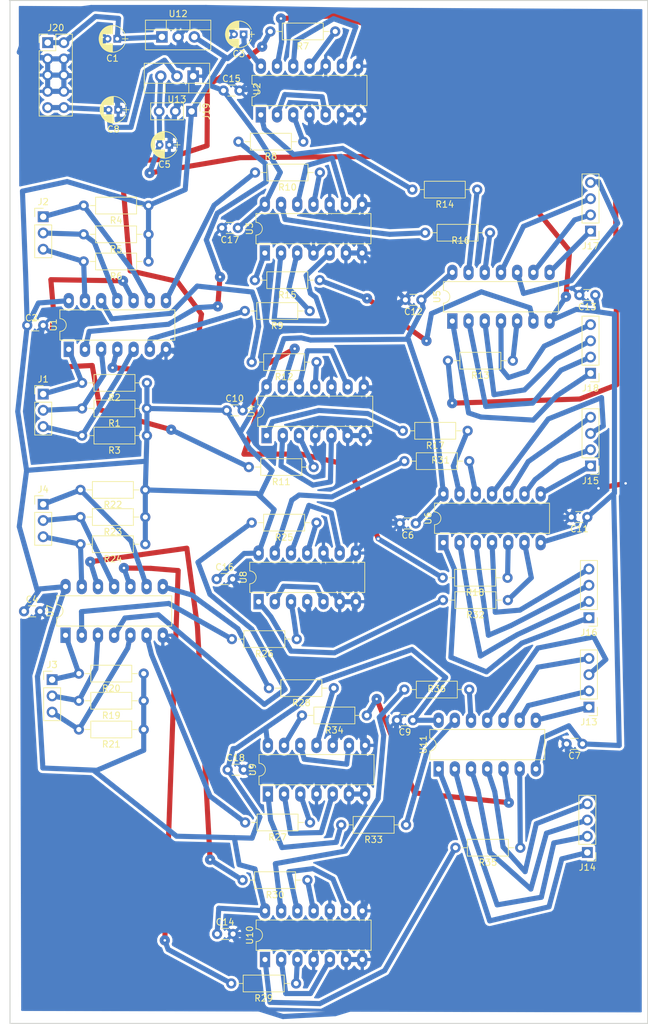
<source format=kicad_pcb>
(kicad_pcb (version 20171130) (host pcbnew 5.0.2+dfsg1-1)
  (layers (0 F.Cu signal) (31 B.Cu signal) (34 B.Paste user) (35 F.Paste user) (36 B.SilkS user) (37 F.SilkS user) (38 B.Mask user) (39 F.Mask user) (44 Edge.Cuts user))
  (net 0 "")
  (net 1 "Net-(J1-Pad1)")
  (net 2 "Net-(J2-Pad1)")
  (net 3 "Net-(J3-Pad1)")
  (net 4 "Net-(J4-Pad1)")
  (net 5 /S1)
  (net 6 /SS1)
  (net 7 /S2)
  (net 8 /SS2)
  (net 9 /S3)
  (net 10 /SS3)
  (net 11 /S4)
  (net 12 /SS4)
  (net 13 /S5)
  (net 14 /SS5)
  (net 15 /S6)
  (net 16 /SS6)
  (net 17 /S7)
  (net 18 /SS7)
  (net 19 /S8)
  (net 20 /SS8)
  (net 21 /S9)
  (net 22 /SS9)
  (net 23 /S10)
  (net 24 /SS10)
  (net 25 /S11)
  (net 26 /SS11)
  (net 27 /S12)
  (net 28 /SS12)
  (net 29 "Net-(R7-Pad2)")
  (net 30 "Net-(R7-Pad1)")
  (net 31 "Net-(R8-Pad2)")
  (net 32 "Net-(R8-Pad1)")
  (net 33 "Net-(R9-Pad2)")
  (net 34 "Net-(R9-Pad1)")
  (net 35 "Net-(R10-Pad1)")
  (net 36 "Net-(R10-Pad2)")
  (net 37 "Net-(R11-Pad2)")
  (net 38 "Net-(R11-Pad1)")
  (net 39 "Net-(R12-Pad1)")
  (net 40 "Net-(R12-Pad2)")
  (net 41 "Net-(R13-Pad2)")
  (net 42 "Net-(R13-Pad1)")
  (net 43 "Net-(R14-Pad2)")
  (net 44 "Net-(R14-Pad1)")
  (net 45 "Net-(R15-Pad1)")
  (net 46 "Net-(R15-Pad2)")
  (net 47 "Net-(R16-Pad1)")
  (net 48 "Net-(R16-Pad2)")
  (net 49 "Net-(R17-Pad2)")
  (net 50 "Net-(R17-Pad1)")
  (net 51 "Net-(R18-Pad1)")
  (net 52 "Net-(R18-Pad2)")
  (net 53 "Net-(R25-Pad1)")
  (net 54 "Net-(R25-Pad2)")
  (net 55 "Net-(R26-Pad2)")
  (net 56 "Net-(R26-Pad1)")
  (net 57 "Net-(R27-Pad2)")
  (net 58 "Net-(R27-Pad1)")
  (net 59 "Net-(R28-Pad1)")
  (net 60 "Net-(R28-Pad2)")
  (net 61 "Net-(R29-Pad2)")
  (net 62 "Net-(R29-Pad1)")
  (net 63 "Net-(R30-Pad1)")
  (net 64 "Net-(R30-Pad2)")
  (net 65 "Net-(R31-Pad1)")
  (net 66 "Net-(R31-Pad2)")
  (net 67 "Net-(R32-Pad2)")
  (net 68 "Net-(R32-Pad1)")
  (net 69 "Net-(R33-Pad2)")
  (net 70 "Net-(R33-Pad1)")
  (net 71 "Net-(R34-Pad1)")
  (net 72 "Net-(R34-Pad2)")
  (net 73 "Net-(R35-Pad2)")
  (net 74 "Net-(R35-Pad1)")
  (net 75 "Net-(R36-Pad1)")
  (net 76 "Net-(R36-Pad2)")
  (net 77 GND)
  (net 78 +9V)
  (net 79 "Net-(U2-Pad12)")
  (net 80 "Net-(U2-Pad2)")
  (net 81 "Net-(U3-Pad12)")
  (net 82 "Net-(U3-Pad2)")
  (net 83 "Net-(U4-Pad2)")
  (net 84 "Net-(U4-Pad12)")
  (net 85 -9V)
  (net 86 "Net-(U8-Pad2)")
  (net 87 "Net-(U8-Pad12)")
  (net 88 "Net-(U9-Pad2)")
  (net 89 "Net-(U9-Pad12)")
  (net 90 "Net-(U10-Pad12)")
  (net 91 "Net-(U10-Pad2)")
  (net 92 +12V)
  (net 93 -12V)
  (net 94 "Net-(J1-Pad2)")
  (net 95 "Net-(J2-Pad2)")
  (net 96 "Net-(J2-Pad3)")
  (net 97 "Net-(J3-Pad3)")
  (net 98 "Net-(J3-Pad2)")
  (net 99 "Net-(J4-Pad2)")
  (net 100 "Net-(J4-Pad3)")
  (net 101 "Net-(J1-Pad3)")
  (module Resistors_ThroughHole:R_Axial_DIN0207_L6.3mm_D2.5mm_P10.16mm_Horizontal (layer F.Cu) (at 51.75 81.75 180)
    (fp_text reference R1 (at 5.08 -2.31 180) (layer F.SilkS))
    (fp_text value 1M)
    (pad 1 thru_hole circle (at 0 0 180) (size 1.6 1.6) (drill 0.8) (layers *.Cu *.Mask) (net 78 +9V))
    (pad 2 thru_hole oval (at 10.16 0 180) (size 1.6 1.6) (drill 0.8) (layers *.Cu *.Mask) (net 94 "Net-(J1-Pad2)"))
  )
  (module Resistors_ThroughHole:R_Axial_DIN0207_L6.3mm_D2.5mm_P10.16mm_Horizontal (layer F.Cu) (at 51.75 77.75 180)
    (fp_text reference R2 (at 5.08 -2.31 180) (layer F.SilkS))
    (fp_text value 1M)
    (pad 1 thru_hole circle (at 0 0 180) (size 1.6 1.6) (drill 0.8) (layers *.Cu *.Mask) (net 78 +9V))
    (pad 2 thru_hole oval (at 10.16 0 180) (size 1.6 1.6) (drill 0.8) (layers *.Cu *.Mask) (net 1 "Net-(J1-Pad1)"))
  )
  (module Resistors_ThroughHole:R_Axial_DIN0207_L6.3mm_D2.5mm_P10.16mm_Horizontal (layer F.Cu) (at 51.75 86 180)
    (fp_text reference R3 (at 5.08 -2.31 180) (layer F.SilkS))
    (fp_text value 1M)
    (pad 2 thru_hole oval (at 10.16 0 180) (size 1.6 1.6) (drill 0.8) (layers *.Cu *.Mask) (net 101 "Net-(J1-Pad3)"))
    (pad 1 thru_hole circle (at 0 0 180) (size 1.6 1.6) (drill 0.8) (layers *.Cu *.Mask) (net 78 +9V))
  )
  (module Resistors_ThroughHole:R_Axial_DIN0207_L6.3mm_D2.5mm_P10.16mm_Horizontal (layer F.Cu) (at 52 50 180)
    (fp_text reference R4 (at 5.08 -2.31 180) (layer F.SilkS))
    (fp_text value 1M)
    (pad 1 thru_hole circle (at 0 0 180) (size 1.6 1.6) (drill 0.8) (layers *.Cu *.Mask) (net 78 +9V))
    (pad 2 thru_hole oval (at 10.16 0 180) (size 1.6 1.6) (drill 0.8) (layers *.Cu *.Mask) (net 2 "Net-(J2-Pad1)"))
  )
  (module Resistors_ThroughHole:R_Axial_DIN0207_L6.3mm_D2.5mm_P10.16mm_Horizontal (layer F.Cu) (at 52 54.5 180)
    (fp_text reference R5 (at 5.08 -2.31 180) (layer F.SilkS))
    (fp_text value 1M)
    (pad 1 thru_hole circle (at 0 0 180) (size 1.6 1.6) (drill 0.8) (layers *.Cu *.Mask) (net 78 +9V))
    (pad 2 thru_hole oval (at 10.16 0 180) (size 1.6 1.6) (drill 0.8) (layers *.Cu *.Mask) (net 95 "Net-(J2-Pad2)"))
  )
  (module Resistors_ThroughHole:R_Axial_DIN0207_L6.3mm_D2.5mm_P10.16mm_Horizontal (layer F.Cu) (at 52 58.75 180)
    (fp_text reference R6 (at 5.08 -2.31 180) (layer F.SilkS))
    (fp_text value 1M)
    (pad 2 thru_hole oval (at 10.16 0 180) (size 1.6 1.6) (drill 0.8) (layers *.Cu *.Mask) (net 96 "Net-(J2-Pad3)"))
    (pad 1 thru_hole circle (at 0 0 180) (size 1.6 1.6) (drill 0.8) (layers *.Cu *.Mask) (net 78 +9V))
  )
  (module Resistors_ThroughHole:R_Axial_DIN0207_L6.3mm_D2.5mm_P10.16mm_Horizontal (layer F.Cu) (at 81.25 22.75 180)
    (fp_text reference R7 (at 5.08 -2.31 180) (layer F.SilkS))
    (fp_text value 1K)
    (pad 2 thru_hole oval (at 10.16 0 180) (size 1.6 1.6) (drill 0.8) (layers *.Cu *.Mask) (net 29 "Net-(R7-Pad2)"))
    (pad 1 thru_hole circle (at 0 0 180) (size 1.6 1.6) (drill 0.8) (layers *.Cu *.Mask) (net 30 "Net-(R7-Pad1)"))
  )
  (module Resistors_ThroughHole:R_Axial_DIN0207_L6.3mm_D2.5mm_P10.16mm_Horizontal (layer F.Cu) (at 76.25 40 180)
    (fp_text reference R8 (at 5.08 -2.31 180) (layer F.SilkS))
    (fp_text value 1K)
    (pad 2 thru_hole oval (at 10.16 0 180) (size 1.6 1.6) (drill 0.8) (layers *.Cu *.Mask) (net 31 "Net-(R8-Pad2)"))
    (pad 1 thru_hole circle (at 0 0 180) (size 1.6 1.6) (drill 0.8) (layers *.Cu *.Mask) (net 32 "Net-(R8-Pad1)"))
  )
  (module Resistors_ThroughHole:R_Axial_DIN0207_L6.3mm_D2.5mm_P10.16mm_Horizontal (layer F.Cu) (at 77.25 66.5 180)
    (fp_text reference R9 (at 5.08 -2.31 180) (layer F.SilkS))
    (fp_text value 1K)
    (pad 2 thru_hole oval (at 10.16 0 180) (size 1.6 1.6) (drill 0.8) (layers *.Cu *.Mask) (net 33 "Net-(R9-Pad2)"))
    (pad 1 thru_hole circle (at 0 0 180) (size 1.6 1.6) (drill 0.8) (layers *.Cu *.Mask) (net 34 "Net-(R9-Pad1)"))
  )
  (module Resistors_ThroughHole:R_Axial_DIN0207_L6.3mm_D2.5mm_P10.16mm_Horizontal (layer F.Cu) (at 78.85 44.825 180)
    (fp_text reference R10 (at 5.08 -2.31 180) (layer F.SilkS))
    (fp_text value 1K)
    (pad 1 thru_hole circle (at 0 0 180) (size 1.6 1.6) (drill 0.8) (layers *.Cu *.Mask) (net 35 "Net-(R10-Pad1)"))
    (pad 2 thru_hole oval (at 10.16 0 180) (size 1.6 1.6) (drill 0.8) (layers *.Cu *.Mask) (net 36 "Net-(R10-Pad2)"))
  )
  (module Resistors_ThroughHole:R_Axial_DIN0207_L6.3mm_D2.5mm_P10.16mm_Horizontal (layer F.Cu) (at 77.875 90.925 180)
    (fp_text reference R11 (at 5.08 -2.31 180) (layer F.SilkS))
    (fp_text value 1K)
    (pad 2 thru_hole oval (at 10.16 0 180) (size 1.6 1.6) (drill 0.8) (layers *.Cu *.Mask) (net 37 "Net-(R11-Pad2)"))
    (pad 1 thru_hole circle (at 0 0 180) (size 1.6 1.6) (drill 0.8) (layers *.Cu *.Mask) (net 38 "Net-(R11-Pad1)"))
  )
  (module Resistors_ThroughHole:R_Axial_DIN0207_L6.3mm_D2.5mm_P10.16mm_Horizontal (layer F.Cu) (at 78.325 74.5 180)
    (fp_text reference R12 (at 5.08 -2.31 180) (layer F.SilkS))
    (fp_text value 1K)
    (pad 1 thru_hole circle (at 0 0 180) (size 1.6 1.6) (drill 0.8) (layers *.Cu *.Mask) (net 39 "Net-(R12-Pad1)"))
    (pad 2 thru_hole oval (at 10.16 0 180) (size 1.6 1.6) (drill 0.8) (layers *.Cu *.Mask) (net 40 "Net-(R12-Pad2)"))
  )
  (module Resistors_ThroughHole:R_Axial_DIN0207_L6.3mm_D2.5mm_P10.16mm_Horizontal (layer F.Cu) (at 109.075 74.275 180)
    (fp_text reference R13 (at 5.08 -2.31 180) (layer F.SilkS))
    (fp_text value 1K)
    (pad 2 thru_hole oval (at 10.16 0 180) (size 1.6 1.6) (drill 0.8) (layers *.Cu *.Mask) (net 41 "Net-(R13-Pad2)"))
    (pad 1 thru_hole circle (at 0 0 180) (size 1.6 1.6) (drill 0.8) (layers *.Cu *.Mask) (net 42 "Net-(R13-Pad1)"))
  )
  (module Resistors_ThroughHole:R_Axial_DIN0207_L6.3mm_D2.5mm_P10.16mm_Horizontal (layer F.Cu) (at 103.5 47.5 180)
    (fp_text reference R14 (at 5.08 -2.31 180) (layer F.SilkS))
    (fp_text value 1K)
    (pad 2 thru_hole oval (at 10.16 0 180) (size 1.6 1.6) (drill 0.8) (layers *.Cu *.Mask) (net 43 "Net-(R14-Pad2)"))
    (pad 1 thru_hole circle (at 0 0 180) (size 1.6 1.6) (drill 0.8) (layers *.Cu *.Mask) (net 44 "Net-(R14-Pad1)"))
  )
  (module Resistors_ThroughHole:R_Axial_DIN0207_L6.3mm_D2.5mm_P10.16mm_Horizontal (layer F.Cu) (at 78.825 61.675 180)
    (fp_text reference R15 (at 5.08 -2.31 180) (layer F.SilkS))
    (fp_text value 1K)
    (pad 1 thru_hole circle (at 0 0 180) (size 1.6 1.6) (drill 0.8) (layers *.Cu *.Mask) (net 45 "Net-(R15-Pad1)"))
    (pad 2 thru_hole oval (at 10.16 0 180) (size 1.6 1.6) (drill 0.8) (layers *.Cu *.Mask) (net 46 "Net-(R15-Pad2)"))
  )
  (module Resistors_ThroughHole:R_Axial_DIN0207_L6.3mm_D2.5mm_P10.16mm_Horizontal (layer F.Cu) (at 105.5 54.25 180)
    (fp_text reference R16 (at 4.6 -1.2 180) (layer F.SilkS))
    (fp_text value 1K)
    (pad 1 thru_hole circle (at 0 0 180) (size 1.6 1.6) (drill 0.8) (layers *.Cu *.Mask) (net 47 "Net-(R16-Pad1)"))
    (pad 2 thru_hole oval (at 10.16 0 180) (size 1.6 1.6) (drill 0.8) (layers *.Cu *.Mask) (net 48 "Net-(R16-Pad2)"))
  )
  (module Resistors_ThroughHole:R_Axial_DIN0207_L6.3mm_D2.5mm_P10.16mm_Horizontal (layer F.Cu) (at 102 85.25 180)
    (fp_text reference R17 (at 5.08 -2.31 180) (layer F.SilkS))
    (fp_text value 1K)
    (pad 2 thru_hole oval (at 10.16 0 180) (size 1.6 1.6) (drill 0.8) (layers *.Cu *.Mask) (net 49 "Net-(R17-Pad2)"))
    (pad 1 thru_hole circle (at 0 0 180) (size 1.6 1.6) (drill 0.8) (layers *.Cu *.Mask) (net 50 "Net-(R17-Pad1)"))
  )
  (module Resistors_ThroughHole:R_Axial_DIN0207_L6.3mm_D2.5mm_P10.16mm_Horizontal (layer F.Cu) (at 108.25 108.25 180)
    (fp_text reference R18 (at 5.08 -2.31 180) (layer F.SilkS))
    (fp_text value 1K)
    (pad 1 thru_hole circle (at 0 0 180) (size 1.6 1.6) (drill 0.8) (layers *.Cu *.Mask) (net 51 "Net-(R18-Pad1)"))
    (pad 2 thru_hole oval (at 10.16 0 180) (size 1.6 1.6) (drill 0.8) (layers *.Cu *.Mask) (net 52 "Net-(R18-Pad2)"))
  )
  (module Resistors_ThroughHole:R_Axial_DIN0207_L6.3mm_D2.5mm_P10.16mm_Horizontal (layer F.Cu) (at 51.25 127.5 180)
    (fp_text reference R19 (at 5.08 -2.31 180) (layer F.SilkS))
    (fp_text value 1M)
    (pad 2 thru_hole oval (at 10.16 0 180) (size 1.6 1.6) (drill 0.8) (layers *.Cu *.Mask) (net 98 "Net-(J3-Pad2)"))
    (pad 1 thru_hole circle (at 0 0 180) (size 1.6 1.6) (drill 0.8) (layers *.Cu *.Mask) (net 78 +9V))
  )
  (module Resistors_ThroughHole:R_Axial_DIN0207_L6.3mm_D2.5mm_P10.16mm_Horizontal (layer F.Cu) (at 51.25 123.25 180)
    (fp_text reference R20 (at 5.08 -2.31 180) (layer F.SilkS))
    (fp_text value 1M)
    (pad 1 thru_hole circle (at 0 0 180) (size 1.6 1.6) (drill 0.8) (layers *.Cu *.Mask) (net 78 +9V))
    (pad 2 thru_hole oval (at 10.16 0 180) (size 1.6 1.6) (drill 0.8) (layers *.Cu *.Mask) (net 3 "Net-(J3-Pad1)"))
  )
  (module Resistors_ThroughHole:R_Axial_DIN0207_L6.3mm_D2.5mm_P10.16mm_Horizontal (layer F.Cu) (at 51.25 132 180)
    (fp_text reference R21 (at 5.08 -2.31 180) (layer F.SilkS))
    (fp_text value 1M)
    (pad 1 thru_hole circle (at 0 0 180) (size 1.6 1.6) (drill 0.8) (layers *.Cu *.Mask) (net 78 +9V))
    (pad 2 thru_hole oval (at 10.16 0 180) (size 1.6 1.6) (drill 0.8) (layers *.Cu *.Mask) (net 97 "Net-(J3-Pad3)"))
  )
  (module Resistors_ThroughHole:R_Axial_DIN0207_L6.3mm_D2.5mm_P10.16mm_Horizontal (layer F.Cu) (at 51.5 94.5 180)
    (fp_text reference R22 (at 5.08 -2.31 180) (layer F.SilkS))
    (fp_text value 1M)
    (pad 2 thru_hole oval (at 10.16 0 180) (size 1.6 1.6) (drill 0.8) (layers *.Cu *.Mask) (net 4 "Net-(J4-Pad1)"))
    (pad 1 thru_hole circle (at 0 0 180) (size 1.6 1.6) (drill 0.8) (layers *.Cu *.Mask) (net 78 +9V))
  )
  (module Resistors_ThroughHole:R_Axial_DIN0207_L6.3mm_D2.5mm_P10.16mm_Horizontal (layer F.Cu) (at 51.5 98.75 180)
    (fp_text reference R23 (at 5.08 -2.31 180) (layer F.SilkS))
    (fp_text value 1M)
    (pad 1 thru_hole circle (at 0 0 180) (size 1.6 1.6) (drill 0.8) (layers *.Cu *.Mask) (net 78 +9V))
    (pad 2 thru_hole oval (at 10.16 0 180) (size 1.6 1.6) (drill 0.8) (layers *.Cu *.Mask) (net 99 "Net-(J4-Pad2)"))
  )
  (module Resistors_ThroughHole:R_Axial_DIN0207_L6.3mm_D2.5mm_P10.16mm_Horizontal (layer F.Cu) (at 51.5 103 180)
    (fp_text reference R24 (at 5.08 -2.31 180) (layer F.SilkS))
    (fp_text value 1M)
    (pad 2 thru_hole oval (at 10.16 0 180) (size 1.6 1.6) (drill 0.8) (layers *.Cu *.Mask) (net 100 "Net-(J4-Pad3)"))
    (pad 1 thru_hole circle (at 0 0 180) (size 1.6 1.6) (drill 0.8) (layers *.Cu *.Mask) (net 78 +9V))
  )
  (module Resistors_ThroughHole:R_Axial_DIN0207_L6.3mm_D2.5mm_P10.16mm_Horizontal (layer F.Cu) (at 78.325 99.625 180)
    (fp_text reference R25 (at 5.08 -2.31 180) (layer F.SilkS))
    (fp_text value 1K)
    (pad 1 thru_hole circle (at 0 0 180) (size 1.6 1.6) (drill 0.8) (layers *.Cu *.Mask) (net 53 "Net-(R25-Pad1)"))
    (pad 2 thru_hole oval (at 10.16 0 180) (size 1.6 1.6) (drill 0.8) (layers *.Cu *.Mask) (net 54 "Net-(R25-Pad2)"))
  )
  (module Resistors_ThroughHole:R_Axial_DIN0207_L6.3mm_D2.5mm_P10.16mm_Horizontal (layer F.Cu) (at 75.225 117.85 180)
    (fp_text reference R26 (at 5.08 -2.31 180) (layer F.SilkS))
    (fp_text value 1K)
    (pad 2 thru_hole oval (at 10.16 0 180) (size 1.6 1.6) (drill 0.8) (layers *.Cu *.Mask) (net 55 "Net-(R26-Pad2)"))
    (pad 1 thru_hole circle (at 0 0 180) (size 1.6 1.6) (drill 0.8) (layers *.Cu *.Mask) (net 56 "Net-(R26-Pad1)"))
  )
  (module Resistors_ThroughHole:R_Axial_DIN0207_L6.3mm_D2.5mm_P10.16mm_Horizontal (layer F.Cu) (at 77.3 146.55 180)
    (fp_text reference R27 (at 5.08 -2.31 180) (layer F.SilkS))
    (fp_text value 1K)
    (pad 2 thru_hole oval (at 10.16 0 180) (size 1.6 1.6) (drill 0.8) (layers *.Cu *.Mask) (net 57 "Net-(R27-Pad2)"))
    (pad 1 thru_hole circle (at 0 0 180) (size 1.6 1.6) (drill 0.8) (layers *.Cu *.Mask) (net 58 "Net-(R27-Pad1)"))
  )
  (module Resistors_ThroughHole:R_Axial_DIN0207_L6.3mm_D2.5mm_P10.16mm_Horizontal (layer F.Cu) (at 81.025 125.525 180)
    (fp_text reference R28 (at 5.08 -2.31 180) (layer F.SilkS))
    (fp_text value 1K)
    (pad 1 thru_hole circle (at 0 0 180) (size 1.6 1.6) (drill 0.8) (layers *.Cu *.Mask) (net 59 "Net-(R28-Pad1)"))
    (pad 2 thru_hole oval (at 10.16 0 180) (size 1.6 1.6) (drill 0.8) (layers *.Cu *.Mask) (net 60 "Net-(R28-Pad2)"))
  )
  (module Resistors_ThroughHole:R_Axial_DIN0207_L6.3mm_D2.5mm_P10.16mm_Horizontal (layer F.Cu) (at 75.125 171.75 180)
    (fp_text reference R29 (at 5.08 -2.31 180) (layer F.SilkS))
    (fp_text value 1K)
    (pad 2 thru_hole oval (at 10.16 0 180) (size 1.6 1.6) (drill 0.8) (layers *.Cu *.Mask) (net 61 "Net-(R29-Pad2)"))
    (pad 1 thru_hole circle (at 0 0 180) (size 1.6 1.6) (drill 0.8) (layers *.Cu *.Mask) (net 62 "Net-(R29-Pad1)"))
  )
  (module Resistors_ThroughHole:R_Axial_DIN0207_L6.3mm_D2.5mm_P10.16mm_Horizontal (layer F.Cu) (at 76.9 155.575 180)
    (fp_text reference R30 (at 5.08 -2.31 180) (layer F.SilkS))
    (fp_text value 1K)
    (pad 1 thru_hole circle (at 0 0 180) (size 1.6 1.6) (drill 0.8) (layers *.Cu *.Mask) (net 63 "Net-(R30-Pad1)"))
    (pad 2 thru_hole oval (at 10.16 0 180) (size 1.6 1.6) (drill 0.8) (layers *.Cu *.Mask) (net 64 "Net-(R30-Pad2)"))
  )
  (module Resistors_ThroughHole:R_Axial_DIN0207_L6.3mm_D2.5mm_P10.16mm_Horizontal (layer F.Cu) (at 102.25 90 180)
    (fp_text reference R31 (at 4.5 0.15 180) (layer F.SilkS))
    (fp_text value 1K)
    (pad 1 thru_hole circle (at 0 0 180) (size 1.6 1.6) (drill 0.8) (layers *.Cu *.Mask) (net 65 "Net-(R31-Pad1)"))
    (pad 2 thru_hole oval (at 10.16 0 180) (size 1.6 1.6) (drill 0.8) (layers *.Cu *.Mask) (net 66 "Net-(R31-Pad2)"))
  )
  (module Resistors_ThroughHole:R_Axial_DIN0207_L6.3mm_D2.5mm_P10.16mm_Horizontal (layer F.Cu) (at 108.3 111.75 180)
    (fp_text reference R32 (at 5.08 -2.31 180) (layer F.SilkS))
    (fp_text value 1K)
    (pad 2 thru_hole oval (at 10.16 0 180) (size 1.6 1.6) (drill 0.8) (layers *.Cu *.Mask) (net 67 "Net-(R32-Pad2)"))
    (pad 1 thru_hole circle (at 0 0 180) (size 1.6 1.6) (drill 0.8) (layers *.Cu *.Mask) (net 68 "Net-(R32-Pad1)"))
  )
  (module Resistors_ThroughHole:R_Axial_DIN0207_L6.3mm_D2.5mm_P10.16mm_Horizontal (layer F.Cu) (at 92.35 146.925 180)
    (fp_text reference R33 (at 5.08 -2.31 180) (layer F.SilkS))
    (fp_text value 1K)
    (pad 2 thru_hole oval (at 10.16 0 180) (size 1.6 1.6) (drill 0.8) (layers *.Cu *.Mask) (net 69 "Net-(R33-Pad2)"))
    (pad 1 thru_hole circle (at 0 0 180) (size 1.6 1.6) (drill 0.8) (layers *.Cu *.Mask) (net 70 "Net-(R33-Pad1)"))
  )
  (module Resistors_ThroughHole:R_Axial_DIN0207_L6.3mm_D2.5mm_P10.16mm_Horizontal (layer F.Cu) (at 86.2 129.8 180)
    (fp_text reference R34 (at 5.08 -2.31 180) (layer F.SilkS))
    (fp_text value 1K)
    (pad 1 thru_hole circle (at 0 0 180) (size 1.6 1.6) (drill 0.8) (layers *.Cu *.Mask) (net 71 "Net-(R34-Pad1)"))
    (pad 2 thru_hole oval (at 10.16 0 180) (size 1.6 1.6) (drill 0.8) (layers *.Cu *.Mask) (net 72 "Net-(R34-Pad2)"))
  )
  (module Resistors_ThroughHole:R_Axial_DIN0207_L6.3mm_D2.5mm_P10.16mm_Horizontal (layer F.Cu) (at 110.25 150.5 180)
    (fp_text reference R35 (at 5.08 -2.31 180) (layer F.SilkS))
    (fp_text value 1K)
    (pad 2 thru_hole oval (at 10.16 0 180) (size 1.6 1.6) (drill 0.8) (layers *.Cu *.Mask) (net 73 "Net-(R35-Pad2)"))
    (pad 1 thru_hole circle (at 0 0 180) (size 1.6 1.6) (drill 0.8) (layers *.Cu *.Mask) (net 74 "Net-(R35-Pad1)"))
  )
  (module Resistors_ThroughHole:R_Axial_DIN0207_L6.3mm_D2.5mm_P10.16mm_Horizontal (layer F.Cu) (at 102.25 125.75 180)
    (fp_text reference R36 (at 5.099999 0.124999 180) (layer F.SilkS))
    (fp_text value 1K)
    (pad 1 thru_hole circle (at 0 0 180) (size 1.6 1.6) (drill 0.8) (layers *.Cu *.Mask) (net 75 "Net-(R36-Pad1)"))
    (pad 2 thru_hole oval (at 10.16 0 180) (size 1.6 1.6) (drill 0.8) (layers *.Cu *.Mask) (net 76 "Net-(R36-Pad2)"))
  )
  (module Housings_DIP:DIP-14_W7.62mm_LongPads (layer F.Cu) (at 39.5 72.5 90)
    (fp_text reference U1 (at 3.81 -2.39 90) (layer F.SilkS))
    (fp_text value 40106)
    (pad 1 thru_hole rect (at 0 0 90) (size 2.4 1.6) (drill 0.8) (layers *.Cu *.Mask) (net 1 "Net-(J1-Pad1)"))
    (pad 8 thru_hole oval (at 7.62 15.24 90) (size 2.4 1.6) (drill 0.8) (layers *.Cu *.Mask) (net 36 "Net-(R10-Pad2)"))
    (pad 2 thru_hole oval (at 0 2.54 90) (size 2.4 1.6) (drill 0.8) (layers *.Cu *.Mask) (net 31 "Net-(R8-Pad2)"))
    (pad 9 thru_hole oval (at 7.62 12.7 90) (size 2.4 1.6) (drill 0.8) (layers *.Cu *.Mask) (net 2 "Net-(J2-Pad1)"))
    (pad 3 thru_hole oval (at 0 5.08 90) (size 2.4 1.6) (drill 0.8) (layers *.Cu *.Mask) (net 94 "Net-(J1-Pad2)"))
    (pad 10 thru_hole oval (at 7.62 10.16 90) (size 2.4 1.6) (drill 0.8) (layers *.Cu *.Mask) (net 37 "Net-(R11-Pad2)"))
    (pad 4 thru_hole oval (at 0 7.62 90) (size 2.4 1.6) (drill 0.8) (layers *.Cu *.Mask) (net 29 "Net-(R7-Pad2)"))
    (pad 11 thru_hole oval (at 7.62 7.62 90) (size 2.4 1.6) (drill 0.8) (layers *.Cu *.Mask) (net 95 "Net-(J2-Pad2)"))
    (pad 5 thru_hole oval (at 0 10.16 90) (size 2.4 1.6) (drill 0.8) (layers *.Cu *.Mask) (net 101 "Net-(J1-Pad3)"))
    (pad 12 thru_hole oval (at 7.62 5.08 90) (size 2.4 1.6) (drill 0.8) (layers *.Cu *.Mask) (net 40 "Net-(R12-Pad2)"))
    (pad 6 thru_hole oval (at 0 12.7 90) (size 2.4 1.6) (drill 0.8) (layers *.Cu *.Mask) (net 33 "Net-(R9-Pad2)"))
    (pad 13 thru_hole oval (at 7.62 2.54 90) (size 2.4 1.6) (drill 0.8) (layers *.Cu *.Mask) (net 96 "Net-(J2-Pad3)"))
    (pad 7 thru_hole oval (at 0 15.24 90) (size 2.4 1.6) (drill 0.8) (layers *.Cu *.Mask) (net 77 GND))
    (pad 14 thru_hole oval (at 7.62 0 90) (size 2.4 1.6) (drill 0.8) (layers *.Cu *.Mask) (net 78 +9V))
  )
  (module Housings_DIP:DIP-14_W7.62mm_LongPads (layer F.Cu) (at 69.6 35.8 90)
    (fp_text reference U2 (at 4.05 -0.6 90) (layer F.SilkS))
    (fp_text value 4013)
    (pad 14 thru_hole oval (at 7.62 0 90) (size 2.4 1.6) (drill 0.8) (layers *.Cu *.Mask) (net 78 +9V))
    (pad 7 thru_hole oval (at 0 15.24 90) (size 2.4 1.6) (drill 0.8) (layers *.Cu *.Mask) (net 77 GND))
    (pad 13 thru_hole oval (at 7.62 2.54 90) (size 2.4 1.6) (drill 0.8) (layers *.Cu *.Mask) (net 41 "Net-(R13-Pad2)"))
    (pad 6 thru_hole oval (at 0 12.7 90) (size 2.4 1.6) (drill 0.8) (layers *.Cu *.Mask) (net 77 GND))
    (pad 12 thru_hole oval (at 7.62 5.08 90) (size 2.4 1.6) (drill 0.8) (layers *.Cu *.Mask) (net 79 "Net-(U2-Pad12)"))
    (pad 5 thru_hole oval (at 0 10.16 90) (size 2.4 1.6) (drill 0.8) (layers *.Cu *.Mask) (net 80 "Net-(U2-Pad2)"))
    (pad 11 thru_hole oval (at 7.62 7.62 90) (size 2.4 1.6) (drill 0.8) (layers *.Cu *.Mask) (net 30 "Net-(R7-Pad1)"))
    (pad 4 thru_hole oval (at 0 7.62 90) (size 2.4 1.6) (drill 0.8) (layers *.Cu *.Mask) (net 77 GND))
    (pad 10 thru_hole oval (at 7.62 10.16 90) (size 2.4 1.6) (drill 0.8) (layers *.Cu *.Mask) (net 77 GND))
    (pad 3 thru_hole oval (at 0 5.08 90) (size 2.4 1.6) (drill 0.8) (layers *.Cu *.Mask) (net 32 "Net-(R8-Pad1)"))
    (pad 9 thru_hole oval (at 7.62 12.7 90) (size 2.4 1.6) (drill 0.8) (layers *.Cu *.Mask) (net 79 "Net-(U2-Pad12)"))
    (pad 2 thru_hole oval (at 0 2.54 90) (size 2.4 1.6) (drill 0.8) (layers *.Cu *.Mask) (net 80 "Net-(U2-Pad2)"))
    (pad 8 thru_hole oval (at 7.62 15.24 90) (size 2.4 1.6) (drill 0.8) (layers *.Cu *.Mask) (net 77 GND))
    (pad 1 thru_hole rect (at 0 0 90) (size 2.4 1.6) (drill 0.8) (layers *.Cu *.Mask) (net 43 "Net-(R14-Pad2)"))
  )
  (module Housings_DIP:DIP-14_W7.62mm_LongPads (layer F.Cu) (at 70.225 57.425 90)
    (fp_text reference U3 (at 3.81 -2.39 90) (layer F.SilkS))
    (fp_text value 4013)
    (pad 14 thru_hole oval (at 7.62 0 90) (size 2.4 1.6) (drill 0.8) (layers *.Cu *.Mask) (net 78 +9V))
    (pad 7 thru_hole oval (at 0 15.24 90) (size 2.4 1.6) (drill 0.8) (layers *.Cu *.Mask) (net 77 GND))
    (pad 13 thru_hole oval (at 7.62 2.54 90) (size 2.4 1.6) (drill 0.8) (layers *.Cu *.Mask) (net 48 "Net-(R16-Pad2)"))
    (pad 6 thru_hole oval (at 0 12.7 90) (size 2.4 1.6) (drill 0.8) (layers *.Cu *.Mask) (net 77 GND))
    (pad 12 thru_hole oval (at 7.62 5.08 90) (size 2.4 1.6) (drill 0.8) (layers *.Cu *.Mask) (net 81 "Net-(U3-Pad12)"))
    (pad 5 thru_hole oval (at 0 10.16 90) (size 2.4 1.6) (drill 0.8) (layers *.Cu *.Mask) (net 82 "Net-(U3-Pad2)"))
    (pad 11 thru_hole oval (at 7.62 7.62 90) (size 2.4 1.6) (drill 0.8) (layers *.Cu *.Mask) (net 35 "Net-(R10-Pad1)"))
    (pad 4 thru_hole oval (at 0 7.62 90) (size 2.4 1.6) (drill 0.8) (layers *.Cu *.Mask) (net 77 GND))
    (pad 10 thru_hole oval (at 7.62 10.16 90) (size 2.4 1.6) (drill 0.8) (layers *.Cu *.Mask) (net 77 GND))
    (pad 3 thru_hole oval (at 0 5.08 90) (size 2.4 1.6) (drill 0.8) (layers *.Cu *.Mask) (net 34 "Net-(R9-Pad1)"))
    (pad 9 thru_hole oval (at 7.62 12.7 90) (size 2.4 1.6) (drill 0.8) (layers *.Cu *.Mask) (net 81 "Net-(U3-Pad12)"))
    (pad 2 thru_hole oval (at 0 2.54 90) (size 2.4 1.6) (drill 0.8) (layers *.Cu *.Mask) (net 82 "Net-(U3-Pad2)"))
    (pad 8 thru_hole oval (at 7.62 15.24 90) (size 2.4 1.6) (drill 0.8) (layers *.Cu *.Mask) (net 77 GND))
    (pad 1 thru_hole rect (at 0 0 90) (size 2.4 1.6) (drill 0.8) (layers *.Cu *.Mask) (net 46 "Net-(R15-Pad2)"))
  )
  (module Housings_DIP:DIP-14_W7.62mm_LongPads (layer F.Cu) (at 70.5 86 90)
    (fp_text reference U4 (at 3.81 -2.39 90) (layer F.SilkS))
    (fp_text value 4013)
    (pad 1 thru_hole rect (at 0 0 90) (size 2.4 1.6) (drill 0.8) (layers *.Cu *.Mask) (net 49 "Net-(R17-Pad2)"))
    (pad 8 thru_hole oval (at 7.62 15.24 90) (size 2.4 1.6) (drill 0.8) (layers *.Cu *.Mask) (net 77 GND))
    (pad 2 thru_hole oval (at 0 2.54 90) (size 2.4 1.6) (drill 0.8) (layers *.Cu *.Mask) (net 83 "Net-(U4-Pad2)"))
    (pad 9 thru_hole oval (at 7.62 12.7 90) (size 2.4 1.6) (drill 0.8) (layers *.Cu *.Mask) (net 84 "Net-(U4-Pad12)"))
    (pad 3 thru_hole oval (at 0 5.08 90) (size 2.4 1.6) (drill 0.8) (layers *.Cu *.Mask) (net 38 "Net-(R11-Pad1)"))
    (pad 10 thru_hole oval (at 7.62 10.16 90) (size 2.4 1.6) (drill 0.8) (layers *.Cu *.Mask) (net 77 GND))
    (pad 4 thru_hole oval (at 0 7.62 90) (size 2.4 1.6) (drill 0.8) (layers *.Cu *.Mask) (net 77 GND))
    (pad 11 thru_hole oval (at 7.62 7.62 90) (size 2.4 1.6) (drill 0.8) (layers *.Cu *.Mask) (net 39 "Net-(R12-Pad1)"))
    (pad 5 thru_hole oval (at 0 10.16 90) (size 2.4 1.6) (drill 0.8) (layers *.Cu *.Mask) (net 83 "Net-(U4-Pad2)"))
    (pad 12 thru_hole oval (at 7.62 5.08 90) (size 2.4 1.6) (drill 0.8) (layers *.Cu *.Mask) (net 84 "Net-(U4-Pad12)"))
    (pad 6 thru_hole oval (at 0 12.7 90) (size 2.4 1.6) (drill 0.8) (layers *.Cu *.Mask) (net 77 GND))
    (pad 13 thru_hole oval (at 7.62 2.54 90) (size 2.4 1.6) (drill 0.8) (layers *.Cu *.Mask) (net 52 "Net-(R18-Pad2)"))
    (pad 7 thru_hole oval (at 0 15.24 90) (size 2.4 1.6) (drill 0.8) (layers *.Cu *.Mask) (net 77 GND))
    (pad 14 thru_hole oval (at 7.62 0 90) (size 2.4 1.6) (drill 0.8) (layers *.Cu *.Mask) (net 78 +9V))
  )
  (module Housings_DIP:DIP-14_W7.62mm_LongPads (layer F.Cu) (at 99.6 68.075 90)
    (fp_text reference U5 (at 3.81 -2.39 90) (layer F.SilkS))
    (fp_text value 4066)
    (pad 14 thru_hole oval (at 7.62 0 90) (size 2.4 1.6) (drill 0.8) (layers *.Cu *.Mask) (net 78 +9V))
    (pad 7 thru_hole oval (at 0 15.24 90) (size 2.4 1.6) (drill 0.8) (layers *.Cu *.Mask) (net 85 -9V))
    (pad 13 thru_hole oval (at 7.62 2.54 90) (size 2.4 1.6) (drill 0.8) (layers *.Cu *.Mask) (net 44 "Net-(R14-Pad1)"))
    (pad 6 thru_hole oval (at 0 12.7 90) (size 2.4 1.6) (drill 0.8) (layers *.Cu *.Mask) (net 45 "Net-(R15-Pad1)"))
    (pad 12 thru_hole oval (at 7.62 5.08 90) (size 2.4 1.6) (drill 0.8) (layers *.Cu *.Mask) (net 47 "Net-(R16-Pad1)"))
    (pad 5 thru_hole oval (at 0 10.16 90) (size 2.4 1.6) (drill 0.8) (layers *.Cu *.Mask) (net 42 "Net-(R13-Pad1)"))
    (pad 11 thru_hole oval (at 7.62 7.62 90) (size 2.4 1.6) (drill 0.8) (layers *.Cu *.Mask) (net 11 /S4))
    (pad 4 thru_hole oval (at 0 7.62 90) (size 2.4 1.6) (drill 0.8) (layers *.Cu *.Mask) (net 7 /S2))
    (pad 10 thru_hole oval (at 7.62 10.16 90) (size 2.4 1.6) (drill 0.8) (layers *.Cu *.Mask) (net 12 /SS4))
    (pad 3 thru_hole oval (at 0 5.08 90) (size 2.4 1.6) (drill 0.8) (layers *.Cu *.Mask) (net 8 /SS2))
    (pad 9 thru_hole oval (at 7.62 12.7 90) (size 2.4 1.6) (drill 0.8) (layers *.Cu *.Mask) (net 10 /SS3))
    (pad 2 thru_hole oval (at 0 2.54 90) (size 2.4 1.6) (drill 0.8) (layers *.Cu *.Mask) (net 6 /SS1))
    (pad 8 thru_hole oval (at 7.62 15.24 90) (size 2.4 1.6) (drill 0.8) (layers *.Cu *.Mask) (net 9 /S3))
    (pad 1 thru_hole rect (at 0 0 90) (size 2.4 1.6) (drill 0.8) (layers *.Cu *.Mask) (net 5 /S1))
  )
  (module Housings_DIP:DIP-14_W7.62mm_LongPads (layer F.Cu) (at 98.2 102.75 90)
    (fp_text reference U6 (at 3.81 -2.39 90) (layer F.SilkS))
    (fp_text value 4066)
    (pad 14 thru_hole oval (at 7.62 0 90) (size 2.4 1.6) (drill 0.8) (layers *.Cu *.Mask) (net 78 +9V))
    (pad 7 thru_hole oval (at 0 15.24 90) (size 2.4 1.6) (drill 0.8) (layers *.Cu *.Mask) (net 85 -9V))
    (pad 13 thru_hole oval (at 7.62 2.54 90) (size 2.4 1.6) (drill 0.8) (layers *.Cu *.Mask) (net 50 "Net-(R17-Pad1)"))
    (pad 6 thru_hole oval (at 0 12.7 90) (size 2.4 1.6) (drill 0.8) (layers *.Cu *.Mask) (net 68 "Net-(R32-Pad1)"))
    (pad 12 thru_hole oval (at 7.62 5.08 90) (size 2.4 1.6) (drill 0.8) (layers *.Cu *.Mask) (net 65 "Net-(R31-Pad1)"))
    (pad 5 thru_hole oval (at 0 10.16 90) (size 2.4 1.6) (drill 0.8) (layers *.Cu *.Mask) (net 51 "Net-(R18-Pad1)"))
    (pad 11 thru_hole oval (at 7.62 7.62 90) (size 2.4 1.6) (drill 0.8) (layers *.Cu *.Mask) (net 19 /S8))
    (pad 4 thru_hole oval (at 0 7.62 90) (size 2.4 1.6) (drill 0.8) (layers *.Cu *.Mask) (net 15 /S6))
    (pad 10 thru_hole oval (at 7.62 10.16 90) (size 2.4 1.6) (drill 0.8) (layers *.Cu *.Mask) (net 20 /SS8))
    (pad 3 thru_hole oval (at 0 5.08 90) (size 2.4 1.6) (drill 0.8) (layers *.Cu *.Mask) (net 16 /SS6))
    (pad 9 thru_hole oval (at 7.62 12.7 90) (size 2.4 1.6) (drill 0.8) (layers *.Cu *.Mask) (net 18 /SS7))
    (pad 2 thru_hole oval (at 0 2.54 90) (size 2.4 1.6) (drill 0.8) (layers *.Cu *.Mask) (net 14 /SS5))
    (pad 8 thru_hole oval (at 7.62 15.24 90) (size 2.4 1.6) (drill 0.8) (layers *.Cu *.Mask) (net 17 /S7))
    (pad 1 thru_hole rect (at 0 0 90) (size 2.4 1.6) (drill 0.8) (layers *.Cu *.Mask) (net 13 /S5))
  )
  (module Housings_DIP:DIP-14_W7.62mm_LongPads (layer F.Cu) (at 39 117.25 90)
    (fp_text reference U7 (at 3.81 -2.39 90) (layer F.SilkS))
    (fp_text value 40106)
    (pad 1 thru_hole rect (at 0 0 90) (size 2.4 1.6) (drill 0.8) (layers *.Cu *.Mask) (net 3 "Net-(J3-Pad1)"))
    (pad 8 thru_hole oval (at 7.62 15.24 90) (size 2.4 1.6) (drill 0.8) (layers *.Cu *.Mask) (net 60 "Net-(R28-Pad2)"))
    (pad 2 thru_hole oval (at 0 2.54 90) (size 2.4 1.6) (drill 0.8) (layers *.Cu *.Mask) (net 55 "Net-(R26-Pad2)"))
    (pad 9 thru_hole oval (at 7.62 12.7 90) (size 2.4 1.6) (drill 0.8) (layers *.Cu *.Mask) (net 4 "Net-(J4-Pad1)"))
    (pad 3 thru_hole oval (at 0 5.08 90) (size 2.4 1.6) (drill 0.8) (layers *.Cu *.Mask) (net 98 "Net-(J3-Pad2)"))
    (pad 10 thru_hole oval (at 7.62 10.16 90) (size 2.4 1.6) (drill 0.8) (layers *.Cu *.Mask) (net 61 "Net-(R29-Pad2)"))
    (pad 4 thru_hole oval (at 0 7.62 90) (size 2.4 1.6) (drill 0.8) (layers *.Cu *.Mask) (net 54 "Net-(R25-Pad2)"))
    (pad 11 thru_hole oval (at 7.62 7.62 90) (size 2.4 1.6) (drill 0.8) (layers *.Cu *.Mask) (net 99 "Net-(J4-Pad2)"))
    (pad 5 thru_hole oval (at 0 10.16 90) (size 2.4 1.6) (drill 0.8) (layers *.Cu *.Mask) (net 97 "Net-(J3-Pad3)"))
    (pad 12 thru_hole oval (at 7.62 5.08 90) (size 2.4 1.6) (drill 0.8) (layers *.Cu *.Mask) (net 64 "Net-(R30-Pad2)"))
    (pad 6 thru_hole oval (at 0 12.7 90) (size 2.4 1.6) (drill 0.8) (layers *.Cu *.Mask) (net 57 "Net-(R27-Pad2)"))
    (pad 13 thru_hole oval (at 7.62 2.54 90) (size 2.4 1.6) (drill 0.8) (layers *.Cu *.Mask) (net 100 "Net-(J4-Pad3)"))
    (pad 7 thru_hole oval (at 0 15.24 90) (size 2.4 1.6) (drill 0.8) (layers *.Cu *.Mask) (net 77 GND))
    (pad 14 thru_hole oval (at 7.62 0 90) (size 2.4 1.6) (drill 0.8) (layers *.Cu *.Mask) (net 78 +9V))
  )
  (module Housings_DIP:DIP-14_W7.62mm_LongPads (layer F.Cu) (at 69.25 112 90)
    (fp_text reference U8 (at 3.81 -2.39 90) (layer F.SilkS))
    (fp_text value 4013)
    (pad 1 thru_hole rect (at 0 0 90) (size 2.4 1.6) (drill 0.8) (layers *.Cu *.Mask) (net 67 "Net-(R32-Pad2)"))
    (pad 8 thru_hole oval (at 7.62 15.24 90) (size 2.4 1.6) (drill 0.8) (layers *.Cu *.Mask) (net 77 GND))
    (pad 2 thru_hole oval (at 0 2.54 90) (size 2.4 1.6) (drill 0.8) (layers *.Cu *.Mask) (net 86 "Net-(U8-Pad2)"))
    (pad 9 thru_hole oval (at 7.62 12.7 90) (size 2.4 1.6) (drill 0.8) (layers *.Cu *.Mask) (net 87 "Net-(U8-Pad12)"))
    (pad 3 thru_hole oval (at 0 5.08 90) (size 2.4 1.6) (drill 0.8) (layers *.Cu *.Mask) (net 56 "Net-(R26-Pad1)"))
    (pad 10 thru_hole oval (at 7.62 10.16 90) (size 2.4 1.6) (drill 0.8) (layers *.Cu *.Mask) (net 77 GND))
    (pad 4 thru_hole oval (at 0 7.62 90) (size 2.4 1.6) (drill 0.8) (layers *.Cu *.Mask) (net 77 GND))
    (pad 11 thru_hole oval (at 7.62 7.62 90) (size 2.4 1.6) (drill 0.8) (layers *.Cu *.Mask) (net 53 "Net-(R25-Pad1)"))
    (pad 5 thru_hole oval (at 0 10.16 90) (size 2.4 1.6) (drill 0.8) (layers *.Cu *.Mask) (net 86 "Net-(U8-Pad2)"))
    (pad 12 thru_hole oval (at 7.62 5.08 90) (size 2.4 1.6) (drill 0.8) (layers *.Cu *.Mask) (net 87 "Net-(U8-Pad12)"))
    (pad 6 thru_hole oval (at 0 12.7 90) (size 2.4 1.6) (drill 0.8) (layers *.Cu *.Mask) (net 77 GND))
    (pad 13 thru_hole oval (at 7.62 2.54 90) (size 2.4 1.6) (drill 0.8) (layers *.Cu *.Mask) (net 66 "Net-(R31-Pad2)"))
    (pad 7 thru_hole oval (at 0 15.24 90) (size 2.4 1.6) (drill 0.8) (layers *.Cu *.Mask) (net 77 GND))
    (pad 14 thru_hole oval (at 7.62 0 90) (size 2.4 1.6) (drill 0.8) (layers *.Cu *.Mask) (net 78 +9V))
  )
  (module Housings_DIP:DIP-14_W7.62mm_LongPads (layer F.Cu) (at 70.7 142.1 90)
    (fp_text reference U9 (at 3.81 -2.39 90) (layer F.SilkS))
    (fp_text value 4013)
    (pad 1 thru_hole rect (at 0 0 90) (size 2.4 1.6) (drill 0.8) (layers *.Cu *.Mask) (net 69 "Net-(R33-Pad2)"))
    (pad 8 thru_hole oval (at 7.62 15.24 90) (size 2.4 1.6) (drill 0.8) (layers *.Cu *.Mask) (net 77 GND))
    (pad 2 thru_hole oval (at 0 2.54 90) (size 2.4 1.6) (drill 0.8) (layers *.Cu *.Mask) (net 88 "Net-(U9-Pad2)"))
    (pad 9 thru_hole oval (at 7.62 12.7 90) (size 2.4 1.6) (drill 0.8) (layers *.Cu *.Mask) (net 89 "Net-(U9-Pad12)"))
    (pad 3 thru_hole oval (at 0 5.08 90) (size 2.4 1.6) (drill 0.8) (layers *.Cu *.Mask) (net 58 "Net-(R27-Pad1)"))
    (pad 10 thru_hole oval (at 7.62 10.16 90) (size 2.4 1.6) (drill 0.8) (layers *.Cu *.Mask) (net 77 GND))
    (pad 4 thru_hole oval (at 0 7.62 90) (size 2.4 1.6) (drill 0.8) (layers *.Cu *.Mask) (net 77 GND))
    (pad 11 thru_hole oval (at 7.62 7.62 90) (size 2.4 1.6) (drill 0.8) (layers *.Cu *.Mask) (net 59 "Net-(R28-Pad1)"))
    (pad 5 thru_hole oval (at 0 10.16 90) (size 2.4 1.6) (drill 0.8) (layers *.Cu *.Mask) (net 88 "Net-(U9-Pad2)"))
    (pad 12 thru_hole oval (at 7.62 5.08 90) (size 2.4 1.6) (drill 0.8) (layers *.Cu *.Mask) (net 89 "Net-(U9-Pad12)"))
    (pad 6 thru_hole oval (at 0 12.7 90) (size 2.4 1.6) (drill 0.8) (layers *.Cu *.Mask) (net 77 GND))
    (pad 13 thru_hole oval (at 7.62 2.54 90) (size 2.4 1.6) (drill 0.8) (layers *.Cu *.Mask) (net 72 "Net-(R34-Pad2)"))
    (pad 7 thru_hole oval (at 0 15.24 90) (size 2.4 1.6) (drill 0.8) (layers *.Cu *.Mask) (net 77 GND))
    (pad 14 thru_hole oval (at 7.62 0 90) (size 2.4 1.6) (drill 0.8) (layers *.Cu *.Mask) (net 78 +9V))
  )
  (module Housings_DIP:DIP-14_W7.62mm_LongPads (layer F.Cu) (at 70.25 168 90)
    (fp_text reference U10 (at 3.81 -2.39 90) (layer F.SilkS))
    (fp_text value 4013)
    (pad 14 thru_hole oval (at 7.62 0 90) (size 2.4 1.6) (drill 0.8) (layers *.Cu *.Mask) (net 78 +9V))
    (pad 7 thru_hole oval (at 0 15.24 90) (size 2.4 1.6) (drill 0.8) (layers *.Cu *.Mask) (net 77 GND))
    (pad 13 thru_hole oval (at 7.62 2.54 90) (size 2.4 1.6) (drill 0.8) (layers *.Cu *.Mask) (net 76 "Net-(R36-Pad2)"))
    (pad 6 thru_hole oval (at 0 12.7 90) (size 2.4 1.6) (drill 0.8) (layers *.Cu *.Mask) (net 77 GND))
    (pad 12 thru_hole oval (at 7.62 5.08 90) (size 2.4 1.6) (drill 0.8) (layers *.Cu *.Mask) (net 90 "Net-(U10-Pad12)"))
    (pad 5 thru_hole oval (at 0 10.16 90) (size 2.4 1.6) (drill 0.8) (layers *.Cu *.Mask) (net 91 "Net-(U10-Pad2)"))
    (pad 11 thru_hole oval (at 7.62 7.62 90) (size 2.4 1.6) (drill 0.8) (layers *.Cu *.Mask) (net 63 "Net-(R30-Pad1)"))
    (pad 4 thru_hole oval (at 0 7.62 90) (size 2.4 1.6) (drill 0.8) (layers *.Cu *.Mask) (net 77 GND))
    (pad 10 thru_hole oval (at 7.62 10.16 90) (size 2.4 1.6) (drill 0.8) (layers *.Cu *.Mask) (net 77 GND))
    (pad 3 thru_hole oval (at 0 5.08 90) (size 2.4 1.6) (drill 0.8) (layers *.Cu *.Mask) (net 62 "Net-(R29-Pad1)"))
    (pad 9 thru_hole oval (at 7.62 12.7 90) (size 2.4 1.6) (drill 0.8) (layers *.Cu *.Mask) (net 90 "Net-(U10-Pad12)"))
    (pad 2 thru_hole oval (at 0 2.54 90) (size 2.4 1.6) (drill 0.8) (layers *.Cu *.Mask) (net 91 "Net-(U10-Pad2)"))
    (pad 8 thru_hole oval (at 7.62 15.24 90) (size 2.4 1.6) (drill 0.8) (layers *.Cu *.Mask) (net 77 GND))
    (pad 1 thru_hole rect (at 0 0 90) (size 2.4 1.6) (drill 0.8) (layers *.Cu *.Mask) (net 73 "Net-(R35-Pad2)"))
  )
  (module Housings_DIP:DIP-14_W7.62mm_LongPads (layer F.Cu) (at 97.45 138.175 90)
    (fp_text reference U11 (at 3.81 -2.39 90) (layer F.SilkS))
    (fp_text value 4066)
    (pad 1 thru_hole rect (at 0 0 90) (size 2.4 1.6) (drill 0.8) (layers *.Cu *.Mask) (net 21 /S9))
    (pad 8 thru_hole oval (at 7.62 15.24 90) (size 2.4 1.6) (drill 0.8) (layers *.Cu *.Mask) (net 25 /S11))
    (pad 2 thru_hole oval (at 0 2.54 90) (size 2.4 1.6) (drill 0.8) (layers *.Cu *.Mask) (net 22 /SS9))
    (pad 9 thru_hole oval (at 7.62 12.7 90) (size 2.4 1.6) (drill 0.8) (layers *.Cu *.Mask) (net 26 /SS11))
    (pad 3 thru_hole oval (at 0 5.08 90) (size 2.4 1.6) (drill 0.8) (layers *.Cu *.Mask) (net 24 /SS10))
    (pad 10 thru_hole oval (at 7.62 10.16 90) (size 2.4 1.6) (drill 0.8) (layers *.Cu *.Mask) (net 28 /SS12))
    (pad 4 thru_hole oval (at 0 7.62 90) (size 2.4 1.6) (drill 0.8) (layers *.Cu *.Mask) (net 23 /S10))
    (pad 11 thru_hole oval (at 7.62 7.62 90) (size 2.4 1.6) (drill 0.8) (layers *.Cu *.Mask) (net 27 /S12))
    (pad 5 thru_hole oval (at 0 10.16 90) (size 2.4 1.6) (drill 0.8) (layers *.Cu *.Mask) (net 71 "Net-(R34-Pad1)"))
    (pad 12 thru_hole oval (at 7.62 5.08 90) (size 2.4 1.6) (drill 0.8) (layers *.Cu *.Mask) (net 75 "Net-(R36-Pad1)"))
    (pad 6 thru_hole oval (at 0 12.7 90) (size 2.4 1.6) (drill 0.8) (layers *.Cu *.Mask) (net 74 "Net-(R35-Pad1)"))
    (pad 13 thru_hole oval (at 7.62 2.54 90) (size 2.4 1.6) (drill 0.8) (layers *.Cu *.Mask) (net 70 "Net-(R33-Pad1)"))
    (pad 7 thru_hole oval (at 0 15.24 90) (size 2.4 1.6) (drill 0.8) (layers *.Cu *.Mask) (net 85 -9V))
    (pad 14 thru_hole oval (at 7.62 0 90) (size 2.4 1.6) (drill 0.8) (layers *.Cu *.Mask) (net 78 +9V))
  )
  (module Pin_Headers:Pin_Header_Straight_1x04_Pitch2.54mm (layer F.Cu) (at 120.75 151.25 180)
    (fp_text reference J14 (at 0 -2.33 180) (layer F.SilkS))
    (fp_text value Conn_01x04_Male)
    (pad 1 thru_hole rect (at 0 0 180) (size 1.7 1.7) (drill 1) (layers *.Cu *.Mask) (net 21 /S9))
    (pad 2 thru_hole oval (at 0 2.54 180) (size 1.7 1.7) (drill 1) (layers *.Cu *.Mask) (net 22 /SS9))
    (pad 3 thru_hole oval (at 0 5.08 180) (size 1.7 1.7) (drill 1) (layers *.Cu *.Mask) (net 24 /SS10))
    (pad 4 thru_hole oval (at 0 7.62 180) (size 1.7 1.7) (drill 1) (layers *.Cu *.Mask) (net 23 /S10))
  )
  (module Pin_Headers:Pin_Header_Straight_1x04_Pitch2.54mm (layer F.Cu) (at 121.25 90.75 180)
    (fp_text reference J15 (at 0 -2.33 180) (layer F.SilkS))
    (fp_text value Conn_01x04_Male)
    (pad 4 thru_hole oval (at 0 7.62 180) (size 1.7 1.7) (drill 1) (layers *.Cu *.Mask) (net 20 /SS8))
    (pad 3 thru_hole oval (at 0 5.08 180) (size 1.7 1.7) (drill 1) (layers *.Cu *.Mask) (net 19 /S8))
    (pad 2 thru_hole oval (at 0 2.54 180) (size 1.7 1.7) (drill 1) (layers *.Cu *.Mask) (net 18 /SS7))
    (pad 1 thru_hole rect (at 0 0 180) (size 1.7 1.7) (drill 1) (layers *.Cu *.Mask) (net 17 /S7))
  )
  (module Pin_Headers:Pin_Header_Straight_1x04_Pitch2.54mm (layer F.Cu) (at 121 114.5 180)
    (fp_text reference J16 (at 0 -2.33 180) (layer F.SilkS))
    (fp_text value Conn_01x04_Male)
    (pad 1 thru_hole rect (at 0 0 180) (size 1.7 1.7) (drill 1) (layers *.Cu *.Mask) (net 13 /S5))
    (pad 2 thru_hole oval (at 0 2.54 180) (size 1.7 1.7) (drill 1) (layers *.Cu *.Mask) (net 14 /SS5))
    (pad 3 thru_hole oval (at 0 5.08 180) (size 1.7 1.7) (drill 1) (layers *.Cu *.Mask) (net 16 /SS6))
    (pad 4 thru_hole oval (at 0 7.62 180) (size 1.7 1.7) (drill 1) (layers *.Cu *.Mask) (net 15 /S6))
  )
  (module Pin_Headers:Pin_Header_Straight_1x04_Pitch2.54mm (layer F.Cu) (at 121.25 54 180)
    (fp_text reference J17 (at 0 -2.33 180) (layer F.SilkS))
    (fp_text value Conn_01x04_Male)
    (pad 4 thru_hole oval (at 0 7.62 180) (size 1.7 1.7) (drill 1) (layers *.Cu *.Mask) (net 12 /SS4))
    (pad 3 thru_hole oval (at 0 5.08 180) (size 1.7 1.7) (drill 1) (layers *.Cu *.Mask) (net 11 /S4))
    (pad 2 thru_hole oval (at 0 2.54 180) (size 1.7 1.7) (drill 1) (layers *.Cu *.Mask) (net 10 /SS3))
    (pad 1 thru_hole rect (at 0 0 180) (size 1.7 1.7) (drill 1) (layers *.Cu *.Mask) (net 9 /S3))
  )
  (module Pin_Headers:Pin_Header_Straight_1x04_Pitch2.54mm (layer F.Cu) (at 121.25 76.25 180)
    (fp_text reference J18 (at 0 -2.33 180) (layer F.SilkS))
    (fp_text value Conn_01x04_Male)
    (pad 1 thru_hole rect (at 0 0 180) (size 1.7 1.7) (drill 1) (layers *.Cu *.Mask) (net 5 /S1))
    (pad 2 thru_hole oval (at 0 2.54 180) (size 1.7 1.7) (drill 1) (layers *.Cu *.Mask) (net 6 /SS1))
    (pad 3 thru_hole oval (at 0 5.08 180) (size 1.7 1.7) (drill 1) (layers *.Cu *.Mask) (net 8 /SS2))
    (pad 4 thru_hole oval (at 0 7.62 180) (size 1.7 1.7) (drill 1) (layers *.Cu *.Mask) (net 7 /S2))
  )
  (module Pin_Headers:Pin_Header_Straight_1x04_Pitch2.54mm (layer F.Cu) (at 121 128.5 180)
    (fp_text reference J13 (at 0 -2.33 180) (layer F.SilkS))
    (fp_text value Conn_01x04_Male)
    (pad 1 thru_hole rect (at 0 0 180) (size 1.7 1.7) (drill 1) (layers *.Cu *.Mask) (net 25 /S11))
    (pad 2 thru_hole oval (at 0 2.54 180) (size 1.7 1.7) (drill 1) (layers *.Cu *.Mask) (net 26 /SS11))
    (pad 3 thru_hole oval (at 0 5.08 180) (size 1.7 1.7) (drill 1) (layers *.Cu *.Mask) (net 27 /S12))
    (pad 4 thru_hole oval (at 0 7.62 180) (size 1.7 1.7) (drill 1) (layers *.Cu *.Mask) (net 28 /SS12))
  )
  (module Capacitors_ThroughHole:CP_Radial_D4.0mm_P1.50mm (layer F.Cu) (at 47.1 23.9 180)
    (fp_text reference C1 (at 0.75 -3.06 180) (layer F.SilkS))
    (fp_text value 10uF)
    (pad 2 thru_hole circle (at 1.5 0 180) (size 1.2 1.2) (drill 0.6) (layers *.Cu *.Mask) (net 77 GND))
    (pad 1 thru_hole rect (at 0 0 180) (size 1.2 1.2) (drill 0.6) (layers *.Cu *.Mask) (net 92 +12V))
  )
  (module Capacitors_THT:C_Disc_D3.0mm_W1.6mm_P2.50mm (layer F.Cu) (at 33 68.75)
    (fp_text reference C2 (at 0.65 -1.15) (layer F.SilkS))
    (fp_text value 100nF)
    (pad 1 thru_hole circle (at 0 0) (size 1.6 1.6) (drill 0.8) (layers *.Cu *.Mask) (net 78 +9V))
    (pad 2 thru_hole circle (at 2.5 0) (size 1.6 1.6) (drill 0.8) (layers *.Cu *.Mask) (net 77 GND))
  )
  (module Capacitors_ThroughHole:CP_Radial_D4.0mm_P1.50mm (layer F.Cu) (at 66.9 23.2 180)
    (fp_text reference C3 (at 0.75 -3.06 180) (layer F.SilkS))
    (fp_text value 10uF)
    (pad 1 thru_hole rect (at 0 0 180) (size 1.2 1.2) (drill 0.6) (layers *.Cu *.Mask) (net 78 +9V))
    (pad 2 thru_hole circle (at 1.5 0 180) (size 1.2 1.2) (drill 0.6) (layers *.Cu *.Mask) (net 77 GND))
  )
  (module Capacitors_THT:C_Disc_D3.0mm_W1.6mm_P2.50mm (layer F.Cu) (at 32.5 113.5)
    (fp_text reference C4 (at 1.25 -1.86) (layer F.SilkS))
    (fp_text value 100nF)
    (pad 2 thru_hole circle (at 2.5 0) (size 1.6 1.6) (drill 0.8) (layers *.Cu *.Mask) (net 77 GND))
    (pad 1 thru_hole circle (at 0 0) (size 1.6 1.6) (drill 0.8) (layers *.Cu *.Mask) (net 78 +9V))
  )
  (module Capacitors_ThroughHole:CP_Radial_D4.0mm_P1.50mm (layer F.Cu) (at 55.25 40.5 180)
    (fp_text reference C5 (at 0.75 -3.06 180) (layer F.SilkS))
    (fp_text value 10uF)
    (pad 2 thru_hole circle (at 1.5 0 180) (size 1.2 1.2) (drill 0.6) (layers *.Cu *.Mask) (net 85 -9V))
    (pad 1 thru_hole rect (at 0 0 180) (size 1.2 1.2) (drill 0.6) (layers *.Cu *.Mask) (net 77 GND))
  )
  (module Capacitors_THT:C_Disc_D3.0mm_W1.6mm_P2.50mm (layer F.Cu) (at 93.875 99.75 180)
    (fp_text reference C6 (at 1.25 -1.86 180) (layer F.SilkS))
    (fp_text value 100nF)
    (pad 2 thru_hole circle (at 2.5 0 180) (size 1.6 1.6) (drill 0.8) (layers *.Cu *.Mask) (net 77 GND))
    (pad 1 thru_hole circle (at 0 0 180) (size 1.6 1.6) (drill 0.8) (layers *.Cu *.Mask) (net 78 +9V))
  )
  (module Capacitors_THT:C_Disc_D3.0mm_W1.6mm_P2.50mm (layer F.Cu) (at 120 134.25 180)
    (fp_text reference C7 (at 1.25 -1.86 180) (layer F.SilkS))
    (fp_text value 100nF)
    (pad 1 thru_hole circle (at 0 0 180) (size 1.6 1.6) (drill 0.8) (layers *.Cu *.Mask) (net 85 -9V))
    (pad 2 thru_hole circle (at 2.5 0 180) (size 1.6 1.6) (drill 0.8) (layers *.Cu *.Mask) (net 77 GND))
  )
  (module Capacitors_ThroughHole:CP_Radial_D4.0mm_P1.50mm (layer F.Cu) (at 47.25 35 180)
    (fp_text reference C8 (at 0.75 -3.06 180) (layer F.SilkS))
    (fp_text value 10uF)
    (pad 1 thru_hole rect (at 0 0 180) (size 1.2 1.2) (drill 0.6) (layers *.Cu *.Mask) (net 77 GND))
    (pad 2 thru_hole circle (at 1.5 0 180) (size 1.2 1.2) (drill 0.6) (layers *.Cu *.Mask) (net 93 -12V))
  )
  (module Capacitors_THT:C_Disc_D3.0mm_W1.6mm_P2.50mm (layer F.Cu) (at 93.425 130.55 180)
    (fp_text reference C9 (at 1.25 -1.86 180) (layer F.SilkS))
    (fp_text value 100nF)
    (pad 1 thru_hole circle (at 0 0 180) (size 1.6 1.6) (drill 0.8) (layers *.Cu *.Mask) (net 78 +9V))
    (pad 2 thru_hole circle (at 2.5 0 180) (size 1.6 1.6) (drill 0.8) (layers *.Cu *.Mask) (net 77 GND))
  )
  (module Capacitors_THT:C_Disc_D3.0mm_W1.6mm_P2.50mm (layer F.Cu) (at 64.25 82.05)
    (fp_text reference C10 (at 1.25 -1.86) (layer F.SilkS))
    (fp_text value 100nF)
    (pad 1 thru_hole circle (at 0 0) (size 1.6 1.6) (drill 0.8) (layers *.Cu *.Mask) (net 78 +9V))
    (pad 2 thru_hole circle (at 2.5 0) (size 1.6 1.6) (drill 0.8) (layers *.Cu *.Mask) (net 77 GND))
  )
  (module Capacitors_THT:C_Disc_D3.0mm_W1.6mm_P2.50mm (layer F.Cu) (at 120.75 98.75 180)
    (fp_text reference C11 (at 1.25 -1.86 180) (layer F.SilkS))
    (fp_text value 100nF)
    (pad 2 thru_hole circle (at 2.5 0 180) (size 1.6 1.6) (drill 0.8) (layers *.Cu *.Mask) (net 77 GND))
    (pad 1 thru_hole circle (at 0 0 180) (size 1.6 1.6) (drill 0.8) (layers *.Cu *.Mask) (net 85 -9V))
  )
  (module Capacitors_THT:C_Disc_D3.0mm_W1.6mm_P2.50mm (layer F.Cu) (at 94.75 64.75 180)
    (fp_text reference C12 (at 1.25 -1.86 180) (layer F.SilkS))
    (fp_text value 100nF)
    (pad 1 thru_hole circle (at 0 0 180) (size 1.6 1.6) (drill 0.8) (layers *.Cu *.Mask) (net 78 +9V))
    (pad 2 thru_hole circle (at 2.5 0 180) (size 1.6 1.6) (drill 0.8) (layers *.Cu *.Mask) (net 77 GND))
  )
  (module Capacitors_THT:C_Disc_D3.0mm_W1.6mm_P2.50mm (layer F.Cu) (at 122 64 180)
    (fp_text reference C13 (at 1.25 -1.86 180) (layer F.SilkS))
    (fp_text value 100nF)
    (pad 1 thru_hole circle (at 0 0 180) (size 1.6 1.6) (drill 0.8) (layers *.Cu *.Mask) (net 85 -9V))
    (pad 2 thru_hole circle (at 2.5 0 180) (size 1.6 1.6) (drill 0.8) (layers *.Cu *.Mask) (net 77 GND))
  )
  (module Capacitors_THT:C_Disc_D3.0mm_W1.6mm_P2.50mm (layer F.Cu) (at 62.75 164)
    (fp_text reference C14 (at 1.25 -1.86) (layer F.SilkS))
    (fp_text value 100nF)
    (pad 2 thru_hole circle (at 2.5 0) (size 1.6 1.6) (drill 0.8) (layers *.Cu *.Mask) (net 77 GND))
    (pad 1 thru_hole circle (at 0 0) (size 1.6 1.6) (drill 0.8) (layers *.Cu *.Mask) (net 78 +9V))
  )
  (module Capacitors_THT:C_Disc_D3.0mm_W1.6mm_P2.50mm (layer F.Cu) (at 63.75 32)
    (fp_text reference C15 (at 1.25 -1.86) (layer F.SilkS))
    (fp_text value 100nF)
    (pad 2 thru_hole circle (at 2.5 0) (size 1.6 1.6) (drill 0.8) (layers *.Cu *.Mask) (net 77 GND))
    (pad 1 thru_hole circle (at 0 0) (size 1.6 1.6) (drill 0.8) (layers *.Cu *.Mask) (net 78 +9V))
  )
  (module Capacitors_THT:C_Disc_D3.0mm_W1.6mm_P2.50mm (layer F.Cu) (at 62.675 108.45)
    (fp_text reference C16 (at 1.25 -1.86) (layer F.SilkS))
    (fp_text value 100nF)
    (pad 2 thru_hole circle (at 2.5 0) (size 1.6 1.6) (drill 0.8) (layers *.Cu *.Mask) (net 77 GND))
    (pad 1 thru_hole circle (at 0 0) (size 1.6 1.6) (drill 0.8) (layers *.Cu *.Mask) (net 78 +9V))
  )
  (module Capacitors_THT:C_Disc_D3.0mm_W1.6mm_P2.50mm (layer F.Cu) (at 66 53.5 180)
    (fp_text reference C17 (at 1.25 -1.86 180) (layer F.SilkS))
    (fp_text value 100nF)
    (pad 2 thru_hole circle (at 2.5 0 180) (size 1.6 1.6) (drill 0.8) (layers *.Cu *.Mask) (net 77 GND))
    (pad 1 thru_hole circle (at 0 0 180) (size 1.6 1.6) (drill 0.8) (layers *.Cu *.Mask) (net 78 +9V))
  )
  (module Capacitors_THT:C_Disc_D3.0mm_W1.6mm_P2.50mm (layer F.Cu) (at 64.4 138.3)
    (fp_text reference C18 (at 1.25 -1.86) (layer F.SilkS))
    (fp_text value 100nF)
    (pad 1 thru_hole circle (at 0 0) (size 1.6 1.6) (drill 0.8) (layers *.Cu *.Mask) (net 78 +9V))
    (pad 2 thru_hole circle (at 2.5 0) (size 1.6 1.6) (drill 0.8) (layers *.Cu *.Mask) (net 77 GND))
  )
  (module Pin_Headers:Pin_Header_Straight_1x03_Pitch2.54mm (layer F.Cu) (at 58.75 35.25 270)
    (fp_text reference J19 (at 0 -2.33 270) (layer F.SilkS))
    (fp_text value Conn_01x03_Male)
    (pad 1 thru_hole rect (at 0 0 270) (size 1.7 1.7) (drill 1) (layers *.Cu *.Mask) (net 78 +9V))
    (pad 2 thru_hole oval (at 0 2.54 270) (size 1.7 1.7) (drill 1) (layers *.Cu *.Mask) (net 77 GND))
    (pad 3 thru_hole oval (at 0 5.08 270) (size 1.7 1.7) (drill 1) (layers *.Cu *.Mask) (net 85 -9V))
  )
  (module Pin_Headers:Pin_Header_Straight_2x05_Pitch2.54mm (layer F.Cu) (at 36.2 24.5)
    (fp_text reference J20 (at 1.27 -2.33) (layer F.SilkS))
    (fp_text value Conn_02x05_Odd_Even)
    (pad 1 thru_hole rect (at 0 0) (size 1.7 1.7) (drill 1) (layers *.Cu *.Mask) (net 92 +12V))
    (pad 2 thru_hole oval (at 2.54 0) (size 1.7 1.7) (drill 1) (layers *.Cu *.Mask) (net 92 +12V))
    (pad 3 thru_hole oval (at 0 2.54) (size 1.7 1.7) (drill 1) (layers *.Cu *.Mask) (net 77 GND))
    (pad 4 thru_hole oval (at 2.54 2.54) (size 1.7 1.7) (drill 1) (layers *.Cu *.Mask) (net 77 GND))
    (pad 5 thru_hole oval (at 0 5.08) (size 1.7 1.7) (drill 1) (layers *.Cu *.Mask) (net 77 GND))
    (pad 6 thru_hole oval (at 2.54 5.08) (size 1.7 1.7) (drill 1) (layers *.Cu *.Mask) (net 77 GND))
    (pad 7 thru_hole oval (at 0 7.62) (size 1.7 1.7) (drill 1) (layers *.Cu *.Mask) (net 77 GND))
    (pad 8 thru_hole oval (at 2.54 7.62) (size 1.7 1.7) (drill 1) (layers *.Cu *.Mask) (net 77 GND))
    (pad 9 thru_hole oval (at 0 10.16) (size 1.7 1.7) (drill 1) (layers *.Cu *.Mask) (net 93 -12V))
    (pad 10 thru_hole oval (at 2.54 10.16) (size 1.7 1.7) (drill 1) (layers *.Cu *.Mask) (net 93 -12V))
  )
  (module TO_SOT_Packages_THT:TO-220_Vertical (layer F.Cu) (at 54.1 23.6)
    (fp_text reference U12 (at 2.54 -3.62) (layer F.SilkS))
    (fp_text value LM7809_TO220)
    (pad 3 thru_hole oval (at 5.08 0) (size 1.8 1.8) (drill 1) (layers *.Cu *.Mask) (net 78 +9V))
    (pad 2 thru_hole oval (at 2.54 0) (size 1.8 1.8) (drill 1) (layers *.Cu *.Mask) (net 77 GND))
    (pad 1 thru_hole rect (at 0 0) (size 1.8 1.8) (drill 1) (layers *.Cu *.Mask) (net 92 +12V))
  )
  (module TO_SOT_Packages_THT:TO-220_Vertical (layer F.Cu) (at 59 29.75 180)
    (fp_text reference U13 (at 2.54 -3.62 180) (layer F.SilkS))
    (fp_text value LM7909_TO220)
    (pad 1 thru_hole rect (at 0 0 180) (size 1.8 1.8) (drill 1) (layers *.Cu *.Mask) (net 77 GND))
    (pad 2 thru_hole oval (at 2.54 0 180) (size 1.8 1.8) (drill 1) (layers *.Cu *.Mask) (net 93 -12V))
    (pad 3 thru_hole oval (at 5.08 0 180) (size 1.8 1.8) (drill 1) (layers *.Cu *.Mask) (net 85 -9V))
  )
  (module Pin_Headers:Pin_Header_Straight_1x03_Pitch2.54mm (layer F.Cu) (at 35.5 79.5)
    (fp_text reference J1 (at 0 -2.33) (layer F.SilkS))
    (fp_text value Conn_01x03_Male)
    (pad 3 thru_hole oval (at 0 5.08) (size 1.7 1.7) (drill 1) (layers *.Cu *.Mask) (net 101 "Net-(J1-Pad3)"))
    (pad 2 thru_hole oval (at 0 2.54) (size 1.7 1.7) (drill 1) (layers *.Cu *.Mask) (net 94 "Net-(J1-Pad2)"))
    (pad 1 thru_hole rect (at 0 0) (size 1.7 1.7) (drill 1) (layers *.Cu *.Mask) (net 1 "Net-(J1-Pad1)"))
  )
  (module Pin_Headers:Pin_Header_Straight_1x03_Pitch2.54mm (layer F.Cu) (at 35.5 51.75)
    (fp_text reference J2 (at 0 -2.33) (layer F.SilkS))
    (fp_text value Conn_01x03_Male)
    (pad 1 thru_hole rect (at 0 0) (size 1.7 1.7) (drill 1) (layers *.Cu *.Mask) (net 2 "Net-(J2-Pad1)"))
    (pad 2 thru_hole oval (at 0 2.54) (size 1.7 1.7) (drill 1) (layers *.Cu *.Mask) (net 95 "Net-(J2-Pad2)"))
    (pad 3 thru_hole oval (at 0 5.08) (size 1.7 1.7) (drill 1) (layers *.Cu *.Mask) (net 96 "Net-(J2-Pad3)"))
  )
  (module Pin_Headers:Pin_Header_Straight_1x03_Pitch2.54mm (layer F.Cu) (at 36.9 124.2)
    (fp_text reference J3 (at 0 -2.33) (layer F.SilkS))
    (fp_text value Conn_01x03_Male)
    (pad 3 thru_hole oval (at 0 5.08) (size 1.7 1.7) (drill 1) (layers *.Cu *.Mask) (net 97 "Net-(J3-Pad3)"))
    (pad 2 thru_hole oval (at 0 2.54) (size 1.7 1.7) (drill 1) (layers *.Cu *.Mask) (net 98 "Net-(J3-Pad2)"))
    (pad 1 thru_hole rect (at 0 0) (size 1.7 1.7) (drill 1) (layers *.Cu *.Mask) (net 3 "Net-(J3-Pad1)"))
  )
  (module Pin_Headers:Pin_Header_Straight_1x03_Pitch2.54mm (layer F.Cu) (at 35.5 96.75)
    (fp_text reference J4 (at 0 -2.33) (layer F.SilkS))
    (fp_text value Conn_01x03_Male)
    (pad 1 thru_hole rect (at 0 0) (size 1.7 1.7) (drill 1) (layers *.Cu *.Mask) (net 4 "Net-(J4-Pad1)"))
    (pad 2 thru_hole oval (at 0 2.54) (size 1.7 1.7) (drill 1) (layers *.Cu *.Mask) (net 99 "Net-(J4-Pad2)"))
    (pad 3 thru_hole oval (at 0 5.08) (size 1.7 1.7) (drill 1) (layers *.Cu *.Mask) (net 100 "Net-(J4-Pad3)"))
  )
  (gr_line (start 30.3 178) (end 30.3 17.9) (angle 90) (layer Edge.Cuts) (width 0.15))
  (gr_line (start 130.2 178) (end 30.3 178) (angle 90) (layer Edge.Cuts) (width 0.15))
  (gr_line (start 130.2 17.9) (end 130.2 178) (angle 90) (layer Edge.Cuts) (width 0.15))
  (gr_line (start 30.2 17.9) (end 130.2 17.9) (angle 90) (layer Edge.Cuts) (width 0.15))
  (segment (start 35.5 79.5) (end 41.59 77.75) (width 0.8) (layer B.Cu) (net 1))
  (segment (start 39.5 72.5) (end 41.59 77.75) (width 0.8) (layer B.Cu) (net 1))
  (segment (start 35.5 51.75) (end 41.84 50) (width 0.8) (layer B.Cu) (net 2))
  (segment (start 41.84 50) (end 49.75 60.5) (width 0.8) (layer B.Cu) (net 2))
  (segment (start 49.75 60.5) (end 52.2 64.88) (width 0.8) (layer B.Cu) (net 2))
  (segment (start 36.9 124.2) (end 41.09 123.25) (width 0.8) (layer B.Cu) (net 3))
  (segment (start 41.09 123.25) (end 39 117.25) (width 0.8) (layer B.Cu) (net 3))
  (segment (start 35.5 96.75) (end 41.34 94.5) (width 0.8) (layer B.Cu) (net 4))
  (segment (start 51 107.5) (end 51.7 109.63) (width 0.8) (layer B.Cu) (net 4))
  (segment (start 49.25 102.5) (end 51 107.5) (width 0.8) (layer B.Cu) (net 4))
  (segment (start 41.34 94.5) (end 49.25 102.5) (width 0.8) (layer B.Cu) (net 4))
  (segment (start 121.25 76.25) (end 115.917783 79.78843) (width 0.8) (layer B.Cu) (net 5))
  (segment (start 102.15 82.45) (end 99.6 68.075) (width 0.8) (layer B.Cu) (net 5))
  (segment (start 104.079574 83.094199) (end 102.15 82.45) (width 0.8) (layer B.Cu) (net 5))
  (segment (start 112.275 83.575) (end 104.079574 83.094199) (width 0.8) (layer B.Cu) (net 5))
  (segment (start 115.917783 79.78843) (end 112.275 83.575) (width 0.8) (layer B.Cu) (net 5))
  (segment (start 121.25 73.71) (end 116.625807 75.771409) (width 0.8) (layer B.Cu) (net 6))
  (segment (start 104.832751 81.439424) (end 102.14 68.075) (width 0.8) (layer B.Cu) (net 6))
  (segment (start 112.188386 80.911519) (end 104.832751 81.439424) (width 0.8) (layer B.Cu) (net 6))
  (segment (start 116.625807 75.771409) (end 112.188386 80.911519) (width 0.8) (layer B.Cu) (net 6))
  (segment (start 121.25 68.63) (end 114 72) (width 0.8) (layer B.Cu) (net 7))
  (segment (start 107.25 75.5) (end 107.22 68.075) (width 0.8) (layer B.Cu) (net 7))
  (segment (start 108.399305 76.921812) (end 107.25 75.5) (width 0.8) (layer B.Cu) (net 7))
  (segment (start 111.35 75.95) (end 108.399305 76.921812) (width 0.8) (layer B.Cu) (net 7))
  (segment (start 114 72) (end 111.35 75.95) (width 0.8) (layer B.Cu) (net 7))
  (segment (start 121.25 71.17) (end 115.829747 73.996451) (width 0.8) (layer B.Cu) (net 8))
  (segment (start 106.125 79.6) (end 104.68 68.075) (width 0.8) (layer B.Cu) (net 8))
  (segment (start 110.9 78.85) (end 106.125 79.6) (width 0.8) (layer B.Cu) (net 8))
  (segment (start 115.829747 73.996451) (end 110.9 78.85) (width 0.8) (layer B.Cu) (net 8))
  (segment (start 114.84 60.455) (end 121.25 54) (width 0.8) (layer B.Cu) (net 9))
  (segment (start 112.3 60.455) (end 118.75 52.25) (width 0.8) (layer B.Cu) (net 10))
  (segment (start 118.75 52.25) (end 121.25 51.46) (width 0.8) (layer B.Cu) (net 10))
  (segment (start 107.22 60.455) (end 110.75 53.25) (width 0.8) (layer B.Cu) (net 11))
  (segment (start 110.75 53.25) (end 121.25 48.92) (width 0.8) (layer B.Cu) (net 11))
  (segment (start 109.76 60.455) (end 110.75 63.75) (width 0.8) (layer B.Cu) (net 12))
  (segment (start 122.5 46.25) (end 121.25 46.38) (width 0.8) (layer B.Cu) (net 12))
  (segment (start 125.5 52.75) (end 122.5 46.25) (width 0.8) (layer B.Cu) (net 12))
  (segment (start 118.25 61.75) (end 125.5 52.75) (width 0.8) (layer B.Cu) (net 12))
  (segment (start 110.75 63.75) (end 118.25 61.75) (width 0.8) (layer B.Cu) (net 12))
  (segment (start 121 114.5) (end 110.5 118.475) (width 0.8) (layer B.Cu) (net 13))
  (segment (start 99.925 106.925) (end 98.2 102.75) (width 0.8) (layer B.Cu) (net 13))
  (segment (start 99.975 110.125) (end 99.925 106.925) (width 0.8) (layer B.Cu) (net 13))
  (segment (start 99.375 120.7) (end 99.975 110.125) (width 0.8) (layer B.Cu) (net 13))
  (segment (start 104.95 122.975) (end 99.375 120.7) (width 0.8) (layer B.Cu) (net 13))
  (segment (start 110.5 118.475) (end 104.95 122.975) (width 0.8) (layer B.Cu) (net 13))
  (segment (start 121 111.96) (end 109.804695 117.13999) (width 0.8) (layer B.Cu) (net 14))
  (segment (start 102.468275 113.184396) (end 100.74 102.75) (width 0.8) (layer B.Cu) (net 14))
  (segment (start 104 120.5) (end 102.468275 113.184396) (width 0.8) (layer B.Cu) (net 14))
  (segment (start 109.804695 117.13999) (end 104 120.5) (width 0.8) (layer B.Cu) (net 14))
  (segment (start 121 106.88) (end 110.177725 113.315893) (width 0.8) (layer B.Cu) (net 15))
  (segment (start 106.325 113.65) (end 105.82 102.75) (width 0.8) (layer B.Cu) (net 15))
  (segment (start 110.177725 113.315893) (end 106.325 113.65) (width 0.8) (layer B.Cu) (net 15))
  (segment (start 121 109.42) (end 108.75 115.75) (width 0.8) (layer B.Cu) (net 16))
  (segment (start 103.75 106.75) (end 103.28 102.75) (width 0.8) (layer B.Cu) (net 16))
  (segment (start 105.25 117.25) (end 103.75 106.75) (width 0.8) (layer B.Cu) (net 16))
  (segment (start 108.75 115.75) (end 105.25 117.25) (width 0.8) (layer B.Cu) (net 16))
  (segment (start 113.44 95.13) (end 121.25 90.75) (width 0.8) (layer B.Cu) (net 17))
  (segment (start 121.25 88.21) (end 116.25 90) (width 0.8) (layer B.Cu) (net 18))
  (segment (start 112.563791 92.893485) (end 110.9 95.13) (width 0.8) (layer B.Cu) (net 18))
  (segment (start 116.25 90) (end 112.563791 92.893485) (width 0.8) (layer B.Cu) (net 18))
  (segment (start 105.82 95.13) (end 114.631907 83.399085) (width 0.8) (layer B.Cu) (net 19))
  (segment (start 123.25 84.5) (end 121.25 85.67) (width 0.8) (layer B.Cu) (net 19))
  (segment (start 122.975 80.05) (end 123.25 84.5) (width 0.8) (layer B.Cu) (net 19))
  (segment (start 114.631907 83.399085) (end 122.975 80.05) (width 0.8) (layer B.Cu) (net 19))
  (segment (start 108.36 95.13) (end 111.486132 90.073686) (width 0.8) (layer B.Cu) (net 20))
  (segment (start 111.486132 90.073686) (end 121.25 83.13) (width 0.8) (layer B.Cu) (net 20))
  (segment (start 120.75 151.25) (end 116.75 152.25) (width 0.8) (layer B.Cu) (net 21))
  (segment (start 99.25 142.75) (end 97.45 138.175) (width 0.8) (layer B.Cu) (net 21))
  (segment (start 105.45 161.95) (end 99.25 142.75) (width 0.8) (layer B.Cu) (net 21))
  (segment (start 114.75 159.75) (end 105.45 161.95) (width 0.8) (layer B.Cu) (net 21))
  (segment (start 116.75 152.25) (end 114.75 159.75) (width 0.8) (layer B.Cu) (net 21))
  (segment (start 120.75 148.71) (end 115.5 149.75) (width 0.8) (layer B.Cu) (net 22))
  (segment (start 102.25 146.75) (end 99.99 138.175) (width 0.8) (layer B.Cu) (net 22))
  (segment (start 106.625 159.45) (end 102.25 146.75) (width 0.8) (layer B.Cu) (net 22))
  (segment (start 113.55 158.25) (end 106.625 159.45) (width 0.8) (layer B.Cu) (net 22))
  (segment (start 115.5 149.75) (end 113.55 158.25) (width 0.8) (layer B.Cu) (net 22))
  (segment (start 120.75 143.63) (end 112.75 146.75) (width 0.8) (layer B.Cu) (net 23))
  (segment (start 106.25 141.75) (end 105.07 138.175) (width 0.8) (layer B.Cu) (net 23))
  (segment (start 107.55 150.375) (end 106.25 141.75) (width 0.8) (layer B.Cu) (net 23))
  (segment (start 111 154.25) (end 107.55 150.375) (width 0.8) (layer B.Cu) (net 23))
  (segment (start 112.75 146.75) (end 111 154.25) (width 0.8) (layer B.Cu) (net 23))
  (segment (start 120.75 146.17) (end 114.35 148.225) (width 0.8) (layer B.Cu) (net 24))
  (segment (start 103.625 141.525) (end 102.53 138.175) (width 0.8) (layer B.Cu) (net 24))
  (segment (start 105.5 151.25) (end 103.625 141.525) (width 0.8) (layer B.Cu) (net 24))
  (segment (start 111.9 156.975) (end 105.5 151.25) (width 0.8) (layer B.Cu) (net 24))
  (segment (start 114.35 148.225) (end 111.9 156.975) (width 0.8) (layer B.Cu) (net 24))
  (segment (start 112.69 130.555) (end 121 128.5) (width 0.8) (layer B.Cu) (net 25))
  (segment (start 110.15 130.555) (end 111.5 128.25) (width 0.8) (layer B.Cu) (net 26))
  (segment (start 111.5 128.25) (end 121 125.96) (width 0.8) (layer B.Cu) (net 26))
  (segment (start 105.07 130.555) (end 113 119.25) (width 0.8) (layer B.Cu) (net 27))
  (segment (start 123.65 121.05) (end 121 123.42) (width 0.8) (layer B.Cu) (net 27))
  (segment (start 121.75 117.5) (end 123.65 121.05) (width 0.8) (layer B.Cu) (net 27))
  (segment (start 113 119.25) (end 121.75 117.5) (width 0.8) (layer B.Cu) (net 27))
  (segment (start 107.61 130.555) (end 113 122.25) (width 0.8) (layer B.Cu) (net 28))
  (segment (start 113 122.25) (end 121 120.88) (width 0.8) (layer B.Cu) (net 28))
  (segment (start 71.09 22.75) (end 69.8 25.125) (width 0.8) (layer B.Cu) (net 29))
  (segment (start 46.375 75.375) (end 47.12 72.5) (width 0.8) (layer B.Cu) (net 29))
  (via (at 46.375 75.375) (size 1.6) (drill 0.4) (layers F.Cu B.Cu) (net 29))
  (segment (start 59.025 76.35) (end 46.375 75.375) (width 0.8) (layer F.Cu) (net 29))
  (segment (start 60.3 67) (end 59.025 76.35) (width 0.8) (layer F.Cu) (net 29))
  (segment (start 56.5 61.875) (end 60.3 67) (width 0.8) (layer F.Cu) (net 29))
  (segment (start 49.125 60.2) (end 56.5 61.875) (width 0.8) (layer F.Cu) (net 29))
  (segment (start 47.7 43.1) (end 49.125 60.2) (width 0.8) (layer F.Cu) (net 29))
  (segment (start 54.65 42.75) (end 47.7 43.1) (width 0.8) (layer F.Cu) (net 29))
  (segment (start 61.175 40.625) (end 54.65 42.75) (width 0.8) (layer F.Cu) (net 29))
  (segment (start 61.225 31.225) (end 61.175 40.625) (width 0.8) (layer F.Cu) (net 29))
  (segment (start 64.2 29.35) (end 61.225 31.225) (width 0.8) (layer F.Cu) (net 29))
  (segment (start 69.8 25.125) (end 64.2 29.35) (width 0.8) (layer F.Cu) (net 29))
  (via (at 69.8 25.125) (size 1.6) (drill 0.4) (layers F.Cu B.Cu) (net 29))
  (segment (start 77.22 28.18) (end 81.25 22.75) (width 0.8) (layer B.Cu) (net 30))
  (segment (start 42.04 72.5) (end 42.7 69.7) (width 0.8) (layer B.Cu) (net 31))
  (segment (start 70.275 43.4) (end 66.09 40) (width 0.8) (layer B.Cu) (net 31))
  (segment (start 70.425 46.3) (end 70.275 43.4) (width 0.8) (layer B.Cu) (net 31))
  (segment (start 62.775 51.2) (end 70.425 46.3) (width 0.8) (layer B.Cu) (net 31))
  (segment (start 61.05 55.375) (end 62.775 51.2) (width 0.8) (layer B.Cu) (net 31))
  (segment (start 63.2 61.175) (end 61.05 55.375) (width 0.8) (layer B.Cu) (net 31))
  (via (at 63.2 61.175) (size 1.6) (drill 0.4) (layers F.Cu B.Cu) (net 31))
  (segment (start 62.85 65.775) (end 63.2 61.175) (width 0.8) (layer F.Cu) (net 31))
  (via (at 62.85 65.775) (size 1.6) (drill 0.4) (layers F.Cu B.Cu) (net 31))
  (segment (start 59.575 65.975) (end 62.85 65.775) (width 0.8) (layer B.Cu) (net 31))
  (segment (start 55.125 68.575) (end 59.575 65.975) (width 0.8) (layer B.Cu) (net 31))
  (segment (start 42.7 69.7) (end 55.125 68.575) (width 0.8) (layer B.Cu) (net 31))
  (segment (start 76.25 40) (end 74.68 35.8) (width 0.8) (layer B.Cu) (net 32))
  (segment (start 52.2 72.5) (end 52.225 71.075) (width 0.8) (layer B.Cu) (net 33))
  (segment (start 52.430442 70.854666) (end 67.09 66.5) (width 0.8) (layer B.Cu) (net 33))
  (segment (start 52.225 71.075) (end 52.430442 70.854666) (width 0.8) (layer B.Cu) (net 33))
  (segment (start 77.25 66.5) (end 74 63) (width 0.8) (layer B.Cu) (net 34))
  (segment (start 74 63) (end 75.305 57.425) (width 0.8) (layer B.Cu) (net 34))
  (segment (start 77.845 49.805) (end 78.85 44.825) (width 0.8) (layer B.Cu) (net 35))
  (segment (start 54.74 64.88) (end 62.275 49.95) (width 0.8) (layer B.Cu) (net 36))
  (segment (start 62.275 49.95) (end 68.69 44.825) (width 0.8) (layer B.Cu) (net 36))
  (segment (start 67.715 90.925) (end 55.55 85.075) (width 0.8) (layer B.Cu) (net 37))
  (segment (start 48 61.775) (end 49.66 64.88) (width 0.8) (layer B.Cu) (net 37))
  (via (at 48 61.775) (size 1.6) (drill 0.4) (layers F.Cu B.Cu) (net 37))
  (segment (start 36.7 61.6) (end 48 61.775) (width 0.8) (layer F.Cu) (net 37))
  (segment (start 37.15 66.85) (end 36.7 61.6) (width 0.8) (layer F.Cu) (net 37))
  (segment (start 36.35 75.375) (end 37.15 66.85) (width 0.8) (layer F.Cu) (net 37))
  (segment (start 43.175 75.025) (end 36.35 75.375) (width 0.8) (layer F.Cu) (net 37))
  (segment (start 44.425 81.975) (end 43.175 75.025) (width 0.8) (layer F.Cu) (net 37))
  (segment (start 55.55 85.075) (end 44.425 81.975) (width 0.8) (layer F.Cu) (net 37))
  (via (at 55.55 85.075) (size 1.6) (drill 0.4) (layers F.Cu B.Cu) (net 37))
  (segment (start 77.875 90.925) (end 75.58 86) (width 0.8) (layer B.Cu) (net 38))
  (segment (start 78.12 78.38) (end 78.325 74.5) (width 0.8) (layer B.Cu) (net 39))
  (segment (start 68.165 74.5) (end 69.25 68.925) (width 0.8) (layer B.Cu) (net 40))
  (segment (start 46.225 67.725) (end 44.58 64.88) (width 0.8) (layer B.Cu) (net 40))
  (segment (start 55.475 66.875) (end 46.225 67.725) (width 0.8) (layer B.Cu) (net 40))
  (segment (start 59.625 62.6) (end 55.475 66.875) (width 0.8) (layer B.Cu) (net 40))
  (segment (start 68.25 63.525) (end 59.625 62.6) (width 0.8) (layer B.Cu) (net 40))
  (segment (start 68.825 65.175) (end 68.25 63.525) (width 0.8) (layer B.Cu) (net 40))
  (segment (start 69.25 68.925) (end 68.825 65.175) (width 0.8) (layer B.Cu) (net 40))
  (segment (start 72.14 28.18) (end 72.85 24.375) (width 0.8) (layer B.Cu) (net 41))
  (via (at 99.575 80.925) (size 1.6) (drill 0.4) (layers F.Cu B.Cu) (net 41))
  (segment (start 99.575 80.925) (end 119.575 80.275) (width 0.8) (layer F.Cu) (net 41))
  (segment (start 119.575 80.275) (end 125.35 78.05) (width 0.8) (layer F.Cu) (net 41))
  (segment (start 125.35 78.05) (end 125.175 46.85) (width 0.8) (layer F.Cu) (net 41))
  (segment (start 125.175 46.85) (end 109.175 31.025) (width 0.8) (layer F.Cu) (net 41))
  (segment (start 109.175 31.025) (end 92.9 23.65) (width 0.8) (layer F.Cu) (net 41))
  (segment (start 92.9 23.65) (end 81.6 20.275) (width 0.8) (layer F.Cu) (net 41))
  (segment (start 81.6 20.275) (end 72.75 20.725) (width 0.8) (layer F.Cu) (net 41))
  (via (at 72.75 20.725) (size 1.6) (drill 0.4) (layers F.Cu B.Cu) (net 41))
  (segment (start 72.75 20.725) (end 72.85 24.375) (width 0.8) (layer B.Cu) (net 41))
  (segment (start 98.915 74.275) (end 99.575 80.925) (width 0.8) (layer B.Cu) (net 41))
  (segment (start 109.76 68.075) (end 109.075 74.275) (width 0.8) (layer B.Cu) (net 42))
  (segment (start 93.34 47.5) (end 82.4 41.05) (width 0.8) (layer B.Cu) (net 43))
  (segment (start 70.15 38) (end 69.6 35.8) (width 0.8) (layer B.Cu) (net 43))
  (segment (start 74.725 42) (end 70.15 38) (width 0.8) (layer B.Cu) (net 43))
  (segment (start 82.4 41.05) (end 74.725 42) (width 0.8) (layer B.Cu) (net 43))
  (segment (start 102.14 60.455) (end 103.5 47.5) (width 0.8) (layer B.Cu) (net 44))
  (segment (start 112.3 68.075) (end 111.75 66) (width 0.8) (layer B.Cu) (net 45))
  (segment (start 86.25 64.525) (end 78.825 61.675) (width 0.8) (layer B.Cu) (net 45))
  (via (at 86.25 64.525) (size 1.6) (drill 0.4) (layers F.Cu B.Cu) (net 45))
  (segment (start 95.55 71.175) (end 86.25 64.525) (width 0.8) (layer F.Cu) (net 45))
  (via (at 95.55 71.175) (size 1.6) (drill 0.4) (layers F.Cu B.Cu) (net 45))
  (segment (start 96.325 66.9) (end 95.55 71.175) (width 0.8) (layer B.Cu) (net 45))
  (segment (start 104.15 63.5) (end 96.325 66.9) (width 0.8) (layer B.Cu) (net 45))
  (segment (start 111.75 66) (end 104.15 63.5) (width 0.8) (layer B.Cu) (net 45))
  (segment (start 68.665 61.675) (end 70.225 57.425) (width 0.8) (layer B.Cu) (net 46))
  (segment (start 105.5 54.25) (end 104.68 60.455) (width 0.8) (layer B.Cu) (net 47))
  (segment (start 95.34 54.25) (end 89.774901 54.497778) (width 0.8) (layer B.Cu) (net 48))
  (segment (start 73.4 52.175) (end 72.765 49.805) (width 0.8) (layer B.Cu) (net 48))
  (segment (start 84.375 53.85) (end 73.4 52.175) (width 0.8) (layer B.Cu) (net 48))
  (segment (start 89.774901 54.497778) (end 84.375 53.85) (width 0.8) (layer B.Cu) (net 48))
  (segment (start 91.84 85.25) (end 86.35 82.55) (width 0.8) (layer B.Cu) (net 49))
  (segment (start 71.425 83.825) (end 70.5 86) (width 0.8) (layer B.Cu) (net 49))
  (segment (start 78.665784 82.064935) (end 71.425 83.825) (width 0.8) (layer B.Cu) (net 49))
  (segment (start 86.35 82.55) (end 78.665784 82.064935) (width 0.8) (layer B.Cu) (net 49))
  (segment (start 100.74 95.13) (end 99.75 90.75) (width 0.8) (layer B.Cu) (net 50))
  (segment (start 99.75 90.75) (end 102 85.25) (width 0.8) (layer B.Cu) (net 50))
  (segment (start 108.25 108.25) (end 108.36 102.75) (width 0.8) (layer B.Cu) (net 51))
  (segment (start 98.09 108.25) (end 88 102.15) (width 0.8) (layer B.Cu) (net 52))
  (segment (start 74.9 72.4) (end 73.04 78.38) (width 0.8) (layer B.Cu) (net 52))
  (via (at 74.9 72.4) (size 1.6) (drill 0.4) (layers F.Cu B.Cu) (net 52))
  (segment (start 70.4 74.9) (end 74.9 72.4) (width 0.8) (layer F.Cu) (net 52))
  (segment (start 68.125 78.325) (end 70.4 74.9) (width 0.8) (layer F.Cu) (net 52))
  (segment (start 68.825 83.1) (end 68.125 78.325) (width 0.8) (layer F.Cu) (net 52))
  (segment (start 66.95 88.9) (end 68.825 83.1) (width 0.8) (layer F.Cu) (net 52))
  (segment (start 75.925 88.9) (end 66.95 88.9) (width 0.8) (layer F.Cu) (net 52))
  (segment (start 83.3 90.6) (end 75.925 88.9) (width 0.8) (layer F.Cu) (net 52))
  (segment (start 88 102.15) (end 83.3 90.6) (width 0.8) (layer F.Cu) (net 52))
  (via (at 88 102.15) (size 0.8) (drill 0.4) (layers F.Cu B.Cu) (net 52))
  (segment (start 76.87 104.38) (end 78.325 99.625) (width 0.8) (layer B.Cu) (net 53))
  (segment (start 68.165 99.625) (end 59.75 105.825) (width 0.8) (layer B.Cu) (net 54))
  (segment (start 48.3 114.55) (end 46.62 117.25) (width 0.8) (layer B.Cu) (net 54))
  (segment (start 53.55 114.05) (end 48.3 114.55) (width 0.8) (layer B.Cu) (net 54))
  (segment (start 70.15 128.075) (end 53.55 114.05) (width 0.8) (layer B.Cu) (net 54))
  (segment (start 73.4 125.725) (end 70.15 128.075) (width 0.8) (layer B.Cu) (net 54))
  (segment (start 68.175 116.275) (end 73.4 125.725) (width 0.8) (layer B.Cu) (net 54))
  (segment (start 61.625 110.85) (end 68.175 116.275) (width 0.8) (layer B.Cu) (net 54))
  (segment (start 59.75 105.825) (end 61.625 110.85) (width 0.8) (layer B.Cu) (net 54))
  (segment (start 41.5 113.55) (end 41.54 117.25) (width 0.8) (layer B.Cu) (net 55))
  (segment (start 55.175 112.275) (end 41.5 113.55) (width 0.8) (layer B.Cu) (net 55))
  (segment (start 65.065 117.85) (end 55.175 112.275) (width 0.8) (layer B.Cu) (net 55))
  (segment (start 75.225 117.85) (end 74.75 114.5) (width 0.8) (layer B.Cu) (net 56))
  (segment (start 74.75 114.5) (end 74.33 112) (width 0.8) (layer B.Cu) (net 56))
  (segment (start 67.14 146.55) (end 61.65 142.45) (width 0.8) (layer B.Cu) (net 57))
  (segment (start 52.475 120.3) (end 51.7 117.25) (width 0.8) (layer B.Cu) (net 57))
  (segment (start 61.65 142.45) (end 52.475 120.3) (width 0.8) (layer B.Cu) (net 57))
  (segment (start 77.3 146.55) (end 75.78 142.1) (width 0.8) (layer B.Cu) (net 58))
  (segment (start 78.32 134.48) (end 81.025 125.525) (width 0.8) (layer B.Cu) (net 59))
  (segment (start 58.775 110.95) (end 54.24 109.63) (width 0.8) (layer B.Cu) (net 60))
  (segment (start 66 116.225) (end 58.775 110.95) (width 0.8) (layer B.Cu) (net 60))
  (segment (start 70.865 125.525) (end 66 116.225) (width 0.8) (layer B.Cu) (net 60))
  (segment (start 64.965 171.75) (end 55.075 166.425) (width 0.8) (layer B.Cu) (net 61))
  (segment (start 48.15 106.725) (end 49.16 109.63) (width 0.8) (layer B.Cu) (net 61))
  (via (at 48.15 106.725) (size 1.6) (drill 0.4) (layers F.Cu B.Cu) (net 61))
  (segment (start 52.325 106.775) (end 48.15 106.725) (width 0.8) (layer F.Cu) (net 61))
  (segment (start 56.65 107.125) (end 52.325 106.775) (width 0.8) (layer F.Cu) (net 61))
  (segment (start 54.55 165) (end 56.65 107.125) (width 0.8) (layer F.Cu) (net 61))
  (via (at 54.55 165) (size 1.6) (drill 0.4) (layers F.Cu B.Cu) (net 61))
  (segment (start 55.075 166.425) (end 54.55 165) (width 0.8) (layer B.Cu) (net 61))
  (segment (start 75.125 171.75) (end 75.33 168) (width 0.8) (layer B.Cu) (net 62))
  (segment (start 77.87 160.38) (end 76.9 155.575) (width 0.8) (layer B.Cu) (net 63))
  (segment (start 66.74 155.575) (end 61.65 152.375) (width 0.8) (layer B.Cu) (net 64))
  (segment (start 42.875 105.75) (end 44.08 109.63) (width 0.8) (layer B.Cu) (net 64))
  (via (at 42.875 105.75) (size 1.6) (drill 0.4) (layers F.Cu B.Cu) (net 64))
  (segment (start 58 103.625) (end 42.875 105.75) (width 0.8) (layer F.Cu) (net 64))
  (segment (start 59.667843 115.935307) (end 58 103.625) (width 0.8) (layer F.Cu) (net 64))
  (segment (start 61.65 152.375) (end 59.667843 115.935307) (width 0.8) (layer F.Cu) (net 64))
  (via (at 61.65 152.375) (size 1.6) (drill 0.4) (layers F.Cu B.Cu) (net 64))
  (segment (start 103.28 95.13) (end 102.25 90) (width 0.8) (layer B.Cu) (net 65))
  (segment (start 71.79 104.38) (end 74.45 96.1) (width 0.8) (layer B.Cu) (net 66))
  (segment (start 80.725 95.6) (end 92.09 90) (width 0.8) (layer B.Cu) (net 66))
  (segment (start 75.6 95.3) (end 80.725 95.6) (width 0.8) (layer B.Cu) (net 66))
  (segment (start 74.45 96.1) (end 75.6 95.3) (width 0.8) (layer B.Cu) (net 66))
  (segment (start 98.14 111.75) (end 81.125 120) (width 0.8) (layer B.Cu) (net 67))
  (segment (start 71.175 114.35) (end 69.25 112) (width 0.8) (layer B.Cu) (net 67))
  (segment (start 74.325 119.725) (end 71.175 114.35) (width 0.8) (layer B.Cu) (net 67))
  (segment (start 81.125 120) (end 74.325 119.725) (width 0.8) (layer B.Cu) (net 67))
  (segment (start 108.3 111.75) (end 111.975 108.25) (width 0.8) (layer B.Cu) (net 68))
  (segment (start 111.975 108.25) (end 110.9 102.75) (width 0.8) (layer B.Cu) (net 68))
  (segment (start 82.19 146.925) (end 81.416871 149.65435) (width 0.8) (layer B.Cu) (net 69))
  (segment (start 71.125 146.15) (end 70.7 142.1) (width 0.8) (layer B.Cu) (net 69))
  (segment (start 72.9 150.475) (end 71.125 146.15) (width 0.8) (layer B.Cu) (net 69))
  (segment (start 81.416871 149.65435) (end 72.9 150.475) (width 0.8) (layer B.Cu) (net 69))
  (segment (start 92.35 146.925) (end 95.7 135.225) (width 0.8) (layer B.Cu) (net 70))
  (segment (start 95.7 135.225) (end 99.99 130.555) (width 0.8) (layer B.Cu) (net 70))
  (segment (start 107.61 138.175) (end 108.45 143.45) (width 0.8) (layer B.Cu) (net 71))
  (segment (start 87.75 127.225) (end 86.2 129.8) (width 0.8) (layer B.Cu) (net 71))
  (via (at 87.75 127.225) (size 1.6) (drill 0.4) (layers F.Cu B.Cu) (net 71))
  (segment (start 93.675 141.925) (end 87.75 127.225) (width 0.8) (layer F.Cu) (net 71))
  (segment (start 108.45 143.45) (end 93.675 141.925) (width 0.8) (layer F.Cu) (net 71))
  (via (at 108.45 143.45) (size 1.6) (drill 0.4) (layers F.Cu B.Cu) (net 71))
  (segment (start 73.24 134.48) (end 76.04 129.8) (width 0.8) (layer B.Cu) (net 72))
  (segment (start 70.25 168) (end 71.025 174.7) (width 0.8) (layer B.Cu) (net 73))
  (segment (start 89 169.725) (end 100.09 150.5) (width 0.8) (layer B.Cu) (net 73))
  (segment (start 78.85 174.9) (end 89 169.725) (width 0.8) (layer B.Cu) (net 73))
  (segment (start 71.025 174.7) (end 78.85 174.9) (width 0.8) (layer B.Cu) (net 73))
  (segment (start 110.25 150.5) (end 110.15 138.175) (width 0.8) (layer B.Cu) (net 74))
  (segment (start 102.53 130.555) (end 102.25 125.75) (width 0.8) (layer B.Cu) (net 75))
  (segment (start 72.79 160.38) (end 71.875 153) (width 0.8) (layer B.Cu) (net 76))
  (segment (start 88.15 130.1) (end 92.09 125.75) (width 0.8) (layer B.Cu) (net 76))
  (segment (start 88.85 132.9) (end 88.15 130.1) (width 0.8) (layer B.Cu) (net 76))
  (segment (start 71.875 153) (end 82.85 151.025) (width 0.8) (layer B.Cu) (net 76))
  (segment (start 82.85 151.025) (end 87.975 142.8) (width 0.8) (layer B.Cu) (net 76))
  (segment (start 87.975 142.8) (end 88.85 132.9) (width 0.8) (layer B.Cu) (net 76))
  (segment (start 45.6 23.9) (end 38.74 27.04) (width 0.8) (layer B.Cu) (net 77))
  (segment (start 36.2 27.04) (end 38.74 27.04) (width 0.8) (layer B.Cu) (net 77))
  (segment (start 38.74 27.04) (end 38.74 32.12) (width 0.8) (layer B.Cu) (net 77))
  (segment (start 38.74 32.12) (end 36.2 32.12) (width 0.8) (layer B.Cu) (net 77))
  (segment (start 36.2 32.12) (end 36.2 27.04) (width 0.8) (layer B.Cu) (net 77))
  (segment (start 36.2 29.58) (end 38.74 29.58) (width 0.8) (layer B.Cu) (net 77))
  (segment (start 56.64 23.6) (end 58.668966 21.285148) (width 0.8) (layer B.Cu) (net 77))
  (segment (start 64.2 21.1) (end 65.4 23.2) (width 0.8) (layer B.Cu) (net 77))
  (segment (start 58.668966 21.285148) (end 64.2 21.1) (width 0.8) (layer B.Cu) (net 77))
  (segment (start 38.74 29.58) (end 46.253474 30.208468) (width 0.8) (layer B.Cu) (net 77))
  (segment (start 46.253474 30.208468) (end 46.75 30.25) (width 0.8) (layer B.Cu) (net 77))
  (segment (start 46.75 30.25) (end 47.25 35) (width 0.8) (layer B.Cu) (net 77))
  (segment (start 56.64 23.6) (end 57.858065 26.000001) (width 0.8) (layer B.Cu) (net 77))
  (segment (start 57.858065 26.000001) (end 59 28.25) (width 0.8) (layer B.Cu) (net 77))
  (segment (start 59 28.25) (end 59 29.75) (width 0.8) (layer B.Cu) (net 77))
  (segment (start 46.253474 30.208468) (end 51.625 26.1) (width 0.8) (layer B.Cu) (net 77))
  (segment (start 57.858065 26) (end 57.858065 26.000001) (width 0.8) (layer B.Cu) (net 77))
  (segment (start 51.625 26.1) (end 57.858065 26) (width 0.8) (layer B.Cu) (net 77))
  (segment (start 56.21 35.25) (end 59 29.75) (width 0.8) (layer B.Cu) (net 77))
  (segment (start 55.25 40.5) (end 56.21 35.25) (width 0.8) (layer B.Cu) (net 77))
  (segment (start 36.2 27.04) (end 31.75 26) (width 0.8) (layer B.Cu) (net 77))
  (segment (start 88.75 19.5) (end 84.84 28.18) (width 0.8) (layer B.Cu) (net 77))
  (segment (start 61 19) (end 88.75 19.5) (width 0.8) (layer B.Cu) (net 77))
  (segment (start 43 19) (end 61 19) (width 0.8) (layer B.Cu) (net 77))
  (segment (start 33.75 20.25) (end 43 19) (width 0.8) (layer B.Cu) (net 77))
  (segment (start 31.75 26) (end 33.75 20.25) (width 0.8) (layer B.Cu) (net 77))
  (segment (start 84.815434 55.198615) (end 85.465 57.425) (width 0.8) (layer B.Cu) (net 77))
  (segment (start 82.925 57.425) (end 85.465 57.425) (width 0.8) (layer B.Cu) (net 77))
  (segment (start 80.434554 54.95394) (end 84.815434 55.198615) (width 0.8) (layer B.Cu) (net 77))
  (segment (start 77.845 57.425) (end 80.434554 54.95394) (width 0.8) (layer B.Cu) (net 77))
  (segment (start 77.845 57.425) (end 75.5 54.4) (width 0.8) (layer B.Cu) (net 77))
  (segment (start 64 55.75) (end 63.5 53.5) (width 0.8) (layer B.Cu) (net 77))
  (segment (start 67.5 55.5) (end 64 55.75) (width 0.8) (layer B.Cu) (net 77))
  (segment (start 75.5 54.4) (end 67.5 55.5) (width 0.8) (layer B.Cu) (net 77))
  (segment (start 78.12 86) (end 79.5 83.75) (width 0.8) (layer B.Cu) (net 77))
  (segment (start 82 83.75) (end 83.2 86) (width 0.8) (layer B.Cu) (net 77))
  (segment (start 79.5 83.75) (end 80.483573 83.75) (width 0.8) (layer B.Cu) (net 77))
  (segment (start 80.483573 83.75) (end 82 83.75) (width 0.8) (layer B.Cu) (net 77))
  (segment (start 84.49 112) (end 81.95 112) (width 0.8) (layer B.Cu) (net 77))
  (segment (start 78.32 142.1) (end 78.756368 139.608026) (width 0.8) (layer B.Cu) (net 77))
  (segment (start 78.756368 139.608026) (end 85.105255 139.747912) (width 0.8) (layer B.Cu) (net 77))
  (segment (start 85.105255 139.747912) (end 85.2 139.75) (width 0.8) (layer B.Cu) (net 77))
  (segment (start 85.2 139.75) (end 85.94 142.1) (width 0.8) (layer B.Cu) (net 77))
  (segment (start 85.94 142.1) (end 83.4 142.1) (width 0.8) (layer B.Cu) (net 77))
  (segment (start 85.49 160.38) (end 85.49 168) (width 0.8) (layer B.Cu) (net 77))
  (segment (start 85.49 168) (end 82.95 168) (width 0.8) (layer B.Cu) (net 77))
  (segment (start 82.95 168) (end 82 164.5) (width 0.8) (layer B.Cu) (net 77))
  (segment (start 78.5 165) (end 77.87 168) (width 0.8) (layer B.Cu) (net 77))
  (segment (start 82 164.5) (end 80.53 164.71) (width 0.8) (layer B.Cu) (net 77))
  (segment (start 80.53 164.71) (end 78.5 165) (width 0.8) (layer B.Cu) (net 77))
  (segment (start 80.53 164.71) (end 80.41 160.38) (width 0.8) (layer B.Cu) (net 77))
  (segment (start 66.9 138.3) (end 78.756368 139.608026) (width 0.8) (layer B.Cu) (net 77))
  (segment (start 78.5 165) (end 65.25 164) (width 0.8) (layer B.Cu) (net 77))
  (segment (start 92.25 64.75) (end 89.128951 61.380555) (width 0.8) (layer B.Cu) (net 77))
  (segment (start 89.128951 61.380555) (end 85.465 57.425) (width 0.8) (layer B.Cu) (net 77))
  (segment (start 119.5 64) (end 124 58) (width 0.8) (layer B.Cu) (net 77))
  (segment (start 126.25 38.25) (end 102.775 26.5125) (width 0.8) (layer B.Cu) (net 77))
  (segment (start 127.75 54.5) (end 126.25 38.25) (width 0.8) (layer B.Cu) (net 77))
  (segment (start 102.775 26.5125) (end 88.75 19.5) (width 0.8) (layer B.Cu) (net 77))
  (segment (start 124 58) (end 127.75 54.5) (width 0.8) (layer B.Cu) (net 77))
  (segment (start 117.5 134.25) (end 118 139) (width 0.8) (layer B.Cu) (net 77))
  (segment (start 127.75 57.75) (end 127.75 54.5) (width 0.8) (layer B.Cu) (net 77))
  (segment (start 128 134.75) (end 127.865259 93.249772) (width 0.8) (layer B.Cu) (net 77))
  (segment (start 127.865259 93.249772) (end 127.75 57.75) (width 0.8) (layer B.Cu) (net 77))
  (segment (start 126.25 142) (end 126.307219 141.76295) (width 0.8) (layer B.Cu) (net 77))
  (segment (start 126.307219 141.76295) (end 128 134.75) (width 0.8) (layer B.Cu) (net 77))
  (segment (start 118 139) (end 126.25 142) (width 0.8) (layer B.Cu) (net 77))
  (segment (start 118.25 98.75) (end 119.25 96) (width 0.8) (layer B.Cu) (net 77))
  (segment (start 119.25 96) (end 122.5 94.25) (width 0.8) (layer B.Cu) (net 77))
  (via (at 122.5 94.25) (size 1.6) (drill 0.4) (layers F.Cu B.Cu) (net 77))
  (segment (start 122.5 94.25) (end 126.75 93.475) (width 0.8) (layer F.Cu) (net 77))
  (via (at 126.75 93.475) (size 1.6) (drill 0.4) (layers F.Cu B.Cu) (net 77))
  (segment (start 126.75 93.475) (end 127.865259 93.249626) (width 0.8) (layer B.Cu) (net 77))
  (segment (start 127.865259 93.249626) (end 127.865259 93.249772) (width 0.8) (layer B.Cu) (net 77))
  (segment (start 82.3 35.8) (end 84.84 35.8) (width 0.8) (layer B.Cu) (net 77))
  (segment (start 85.465 49.805) (end 96.620805 50.295419) (width 0.8) (layer B.Cu) (net 77))
  (segment (start 96.620805 50.295419) (end 96.725 50.3) (width 0.8) (layer B.Cu) (net 77))
  (segment (start 96.725 50.3) (end 100.264247 36.654887) (width 0.8) (layer B.Cu) (net 77))
  (segment (start 102.775 26.875) (end 102.775 26.5125) (width 0.8) (layer B.Cu) (net 77))
  (segment (start 100.264247 36.654887) (end 102.881191 26.565595) (width 0.8) (layer B.Cu) (net 77))
  (segment (start 102.881191 26.565595) (end 102.775 26.875) (width 0.8) (layer B.Cu) (net 77))
  (segment (start 84.84 28.18) (end 82.2 31.05) (width 0.8) (layer B.Cu) (net 77))
  (segment (start 77.625 31) (end 79.76 28.18) (width 0.8) (layer B.Cu) (net 77))
  (segment (start 82.2 31.05) (end 77.625 31) (width 0.8) (layer B.Cu) (net 77))
  (segment (start 66.25 32) (end 70.4 31.35) (width 0.8) (layer B.Cu) (net 77))
  (segment (start 70.4 31.35) (end 77.625 31) (width 0.8) (layer B.Cu) (net 77))
  (segment (start 82.3 35.8) (end 81.225 39.375) (width 0.8) (layer B.Cu) (net 77))
  (segment (start 77.625 37.85) (end 77.22 35.8) (width 0.8) (layer B.Cu) (net 77))
  (segment (start 81.225 39.375) (end 77.625 37.85) (width 0.8) (layer B.Cu) (net 77))
  (segment (start 84.84 35.8) (end 100.264247 36.654888) (width 0.8) (layer B.Cu) (net 77))
  (segment (start 100.264247 36.654888) (end 100.264247 36.654887) (width 0.8) (layer B.Cu) (net 77))
  (segment (start 84.49 112) (end 83.675 116.275) (width 0.8) (layer B.Cu) (net 77))
  (segment (start 77.475 115.275) (end 76.87 112) (width 0.8) (layer B.Cu) (net 77))
  (segment (start 83.675 116.275) (end 77.475 115.275) (width 0.8) (layer B.Cu) (net 77))
  (segment (start 126.307219 141.76295) (end 121.8 164.025) (width 0.8) (layer B.Cu) (net 77))
  (segment (start 66.95 167.95) (end 65.25 164) (width 0.8) (layer B.Cu) (net 77))
  (segment (start 67.125 175.05) (end 66.95 167.95) (width 0.8) (layer B.Cu) (net 77))
  (segment (start 73.075 176.925) (end 67.125 175.05) (width 0.8) (layer B.Cu) (net 77))
  (segment (start 81.25 176.475) (end 73.075 176.925) (width 0.8) (layer B.Cu) (net 77))
  (segment (start 121.8 164.025) (end 81.25 176.475) (width 0.8) (layer B.Cu) (net 77))
  (segment (start 96.620805 50.295419) (end 98.5 53.55) (width 0.8) (layer B.Cu) (net 77))
  (segment (start 95.65 59.175) (end 92.25 64.75) (width 0.8) (layer B.Cu) (net 77))
  (segment (start 98.5 53.55) (end 95.65 59.175) (width 0.8) (layer B.Cu) (net 77))
  (segment (start 80.385 49.805) (end 81.275 51.675) (width 0.8) (layer B.Cu) (net 77))
  (segment (start 83.825 52.125) (end 85.465 49.805) (width 0.8) (layer B.Cu) (net 77))
  (segment (start 81.275 51.675) (end 83.825 52.125) (width 0.8) (layer B.Cu) (net 77))
  (segment (start 80.66 78.38) (end 81.303659 80.536033) (width 0.8) (layer B.Cu) (net 77))
  (segment (start 81.303659 80.536033) (end 81.375 80.775) (width 0.8) (layer B.Cu) (net 77))
  (segment (start 84.525 80.725) (end 85.74 78.38) (width 0.8) (layer B.Cu) (net 77))
  (segment (start 81.375 80.775) (end 84.525 80.725) (width 0.8) (layer B.Cu) (net 77))
  (segment (start 79.41 104.38) (end 80.525 106.375) (width 0.8) (layer B.Cu) (net 77))
  (segment (start 82.9 106.325) (end 84.49 104.38) (width 0.8) (layer B.Cu) (net 77))
  (segment (start 80.525 106.375) (end 82.9 106.325) (width 0.8) (layer B.Cu) (net 77))
  (segment (start 84.49 104.38) (end 88.256453 99.628891) (width 0.8) (layer B.Cu) (net 77))
  (segment (start 88.256453 99.628891) (end 94.225 92.1) (width 0.8) (layer B.Cu) (net 77))
  (segment (start 94.225 92.1) (end 94.969741 88.093743) (width 0.8) (layer B.Cu) (net 77))
  (segment (start 65.175 108.45) (end 73.4 107.3) (width 0.8) (layer B.Cu) (net 77))
  (segment (start 73.4 107.3) (end 78.75 107.6) (width 0.8) (layer B.Cu) (net 77))
  (segment (start 78.75 107.6) (end 78.8655 107.6165) (width 0.8) (layer B.Cu) (net 77))
  (segment (start 78.8655 107.6165) (end 81.95 112) (width 0.8) (layer B.Cu) (net 77))
  (segment (start 94.969741 88.093743) (end 85.74 86) (width 0.8) (layer B.Cu) (net 77))
  (segment (start 85.74 86) (end 83.2 86) (width 0.8) (layer B.Cu) (net 77))
  (segment (start 94.969741 88.093743) (end 92.25 79.85) (width 0.8) (layer B.Cu) (net 77))
  (segment (start 92.25 79.85) (end 85.74 78.38) (width 0.8) (layer B.Cu) (net 77))
  (segment (start 54.74 72.5) (end 52.425 75.325) (width 0.8) (layer B.Cu) (net 77))
  (segment (start 52.425 75.325) (end 49.475 77.075) (width 0.8) (layer B.Cu) (net 77))
  (segment (start 49.475 77.075) (end 46.125 88.85) (width 0.8) (layer B.Cu) (net 77))
  (segment (start 46.125 88.85) (end 33.9 87.175) (width 0.8) (layer B.Cu) (net 77))
  (segment (start 33.9 87.175) (end 33.425 82.2) (width 0.8) (layer B.Cu) (net 77))
  (segment (start 33.425 82.2) (end 33.95 75.6) (width 0.8) (layer B.Cu) (net 77))
  (segment (start 33.95 75.6) (end 35.5 68.75) (width 0.8) (layer B.Cu) (net 77))
  (segment (start 80.86 134.48) (end 81.9 132.075) (width 0.8) (layer B.Cu) (net 77))
  (segment (start 84.825 131.975) (end 85.94 134.48) (width 0.8) (layer B.Cu) (net 77))
  (segment (start 81.9 132.075) (end 82.973745 132.038291) (width 0.8) (layer B.Cu) (net 77))
  (segment (start 82.973745 132.038291) (end 83.25 132.028846) (width 0.8) (layer B.Cu) (net 77))
  (segment (start 83.25 132.028846) (end 84.825 131.975) (width 0.8) (layer B.Cu) (net 77))
  (segment (start 85.94 134.48) (end 85.105255 139.747912) (width 0.8) (layer B.Cu) (net 77))
  (segment (start 65.175 108.45) (end 67.625 113.8) (width 0.8) (layer B.Cu) (net 77))
  (segment (start 69.1 130.7) (end 54.24 117.25) (width 0.8) (layer B.Cu) (net 77))
  (segment (start 74.775 126.75) (end 69.1 130.7) (width 0.8) (layer B.Cu) (net 77))
  (segment (start 75.175 124.675) (end 74.775 126.75) (width 0.8) (layer B.Cu) (net 77))
  (segment (start 70.2 115.825) (end 75.175 124.675) (width 0.8) (layer B.Cu) (net 77))
  (segment (start 67.625 113.8) (end 70.2 115.825) (width 0.8) (layer B.Cu) (net 77))
  (segment (start 118.25 98.75) (end 100.2 99.3) (width 0.8) (layer B.Cu) (net 77))
  (segment (start 91.3 101.875) (end 91.375 99.75) (width 0.8) (layer B.Cu) (net 77))
  (segment (start 94.15 102.675) (end 91.3 101.875) (width 0.8) (layer B.Cu) (net 77))
  (segment (start 100.2 99.3) (end 94.15 102.675) (width 0.8) (layer B.Cu) (net 77))
  (segment (start 91.375 99.75) (end 88.256453 99.628891) (width 0.8) (layer B.Cu) (net 77))
  (segment (start 78.75 107.6) (end 80.525 106.375) (width 0.8) (layer B.Cu) (net 77))
  (segment (start 66.75 82.05) (end 68.6 77.299998) (width 0.8) (layer B.Cu) (net 77))
  (segment (start 68.6 77.299998) (end 64.725 75.2) (width 0.8) (layer B.Cu) (net 77))
  (segment (start 64.725 75.2) (end 54.74 72.5) (width 0.8) (layer B.Cu) (net 77))
  (segment (start 92.25 64.75) (end 81.15 69.3) (width 0.8) (layer B.Cu) (net 77))
  (segment (start 68.6 77.3) (end 68.6 77.299998) (width 0.8) (layer B.Cu) (net 77))
  (segment (start 71.1 73.425) (end 68.6 77.3) (width 0.8) (layer B.Cu) (net 77))
  (segment (start 71.075 69.7) (end 71.1 73.425) (width 0.8) (layer B.Cu) (net 77))
  (segment (start 81.15 69.3) (end 71.075 69.7) (width 0.8) (layer B.Cu) (net 77))
  (segment (start 90.925 130.55) (end 89.075 153) (width 0.8) (layer B.Cu) (net 77))
  (segment (start 89.075 153) (end 85.49 160.38) (width 0.8) (layer B.Cu) (net 77))
  (segment (start 82.973745 132.038291) (end 84.85 125.6) (width 0.8) (layer B.Cu) (net 77))
  (segment (start 91.625 129.8) (end 90.925 130.55) (width 0.8) (layer B.Cu) (net 77))
  (segment (start 94.85 125.375) (end 91.625 129.8) (width 0.8) (layer B.Cu) (net 77))
  (segment (start 93.35 122.475) (end 94.85 125.375) (width 0.8) (layer B.Cu) (net 77))
  (segment (start 84.85 125.6) (end 93.35 122.475) (width 0.8) (layer B.Cu) (net 77))
  (segment (start 35 113.5) (end 32.725 123.8) (width 0.8) (layer B.Cu) (net 77))
  (segment (start 56.8 163.125) (end 66.983961 169.32786) (width 0.8) (layer B.Cu) (net 77))
  (segment (start 33.5 140.55) (end 56.8 163.125) (width 0.8) (layer B.Cu) (net 77))
  (segment (start 32.725 123.8) (end 33.5 140.55) (width 0.8) (layer B.Cu) (net 77))
  (segment (start 59.18 23.6) (end 64.049098 26.771443) (width 0.8) (layer B.Cu) (net 78))
  (segment (start 64.049098 26.771443) (end 64.4 27) (width 0.8) (layer B.Cu) (net 78))
  (segment (start 67 24.8) (end 66.9 23.2) (width 0.8) (layer B.Cu) (net 78))
  (segment (start 64.4 27) (end 67 24.8) (width 0.8) (layer B.Cu) (net 78))
  (segment (start 52 58.75) (end 52 54.5) (width 0.8) (layer B.Cu) (net 78))
  (segment (start 52 54.5) (end 52 50) (width 0.8) (layer B.Cu) (net 78))
  (segment (start 33 68.75) (end 34.75 65.25) (width 0.8) (layer B.Cu) (net 78))
  (segment (start 34.75 65.25) (end 39.5 64.88) (width 0.8) (layer B.Cu) (net 78))
  (segment (start 52 50) (end 39.25 46.25) (width 0.8) (layer B.Cu) (net 78))
  (segment (start 39.25 46.25) (end 32.25 47.75) (width 0.8) (layer B.Cu) (net 78))
  (segment (start 32.25 47.75) (end 32.75 60.75) (width 0.8) (layer B.Cu) (net 78))
  (segment (start 32.75 60.75) (end 33 68.75) (width 0.8) (layer B.Cu) (net 78))
  (segment (start 51.75 86) (end 51.75 81.75) (width 0.8) (layer B.Cu) (net 78))
  (segment (start 51.75 81.75) (end 51.75 77.75) (width 0.8) (layer B.Cu) (net 78))
  (segment (start 51.75 86) (end 51.632095 90.00877) (width 0.8) (layer B.Cu) (net 78))
  (segment (start 51.632095 90.00877) (end 51.5 94.5) (width 0.8) (layer B.Cu) (net 78))
  (segment (start 51.5 94.5) (end 51.5 98.75) (width 0.8) (layer B.Cu) (net 78))
  (segment (start 51.5 98.75) (end 51.5 103) (width 0.8) (layer B.Cu) (net 78))
  (segment (start 34.641544 110.501838) (end 35 110) (width 0.8) (layer B.Cu) (net 78))
  (segment (start 35 110) (end 39 109.63) (width 0.8) (layer B.Cu) (net 78))
  (segment (start 51.25 132) (end 51.25 127.5) (width 0.8) (layer B.Cu) (net 78))
  (segment (start 51.25 127.5) (end 51.25 123.25) (width 0.8) (layer B.Cu) (net 78))
  (segment (start 51.25 135.25) (end 51.25 132) (width 0.8) (layer B.Cu) (net 78))
  (segment (start 43.909892 138.384995) (end 51.25 135.25) (width 0.8) (layer B.Cu) (net 78))
  (segment (start 43.566613 138.531611) (end 43.909892 138.384995) (width 0.8) (layer B.Cu) (net 78))
  (segment (start 65.440283 148.929352) (end 56.4 148.7) (width 0.8) (layer B.Cu) (net 78))
  (segment (start 56.4 148.7) (end 43.566613 138.531611) (width 0.8) (layer B.Cu) (net 78))
  (segment (start 33 68.75) (end 31.512741 82.234493) (width 0.8) (layer B.Cu) (net 78))
  (segment (start 51.632095 90.008779) (end 51.632095 90.00877) (width 0.8) (layer B.Cu) (net 78))
  (segment (start 32.896698 91.445147) (end 32.90017 91.445195) (width 0.8) (layer B.Cu) (net 78))
  (segment (start 32.90017 91.445195) (end 51.632095 90.008779) (width 0.8) (layer B.Cu) (net 78))
  (segment (start 31.512741 82.234493) (end 32.896698 91.445147) (width 0.8) (layer B.Cu) (net 78))
  (segment (start 32.90017 91.445195) (end 31.75 100.25) (width 0.8) (layer B.Cu) (net 78))
  (segment (start 31.75 100.25) (end 34.641544 110.501838) (width 0.8) (layer B.Cu) (net 78))
  (segment (start 69.6 28.18) (end 67 24.8) (width 0.8) (layer B.Cu) (net 78))
  (segment (start 66 53.5) (end 70.225 49.805) (width 0.8) (layer B.Cu) (net 78))
  (segment (start 58.75 35.25) (end 61.344937 31.098101) (width 0.8) (layer B.Cu) (net 78))
  (segment (start 61.344937 31.098101) (end 64.049098 26.771443) (width 0.8) (layer B.Cu) (net 78))
  (segment (start 58.75 35.25) (end 57.75 47.5) (width 0.8) (layer B.Cu) (net 78))
  (segment (start 57.75 47.5) (end 52 50) (width 0.8) (layer B.Cu) (net 78))
  (segment (start 64.4 138.3) (end 65.25 135) (width 0.8) (layer B.Cu) (net 78))
  (segment (start 65.25 135) (end 65.745489 134.952724) (width 0.8) (layer B.Cu) (net 78))
  (segment (start 65.745489 134.952724) (end 70.366113 131.772477) (width 0.8) (layer B.Cu) (net 78))
  (segment (start 70.366113 131.772477) (end 75.375 128.325) (width 0.8) (layer B.Cu) (net 78))
  (segment (start 62.75 164) (end 63.008585 159.972343) (width 0.8) (layer B.Cu) (net 78))
  (segment (start 70.25 160.38) (end 63.008585 159.972335) (width 0.8) (layer B.Cu) (net 78))
  (segment (start 63.008585 159.972335) (end 63.008585 159.972343) (width 0.8) (layer B.Cu) (net 78))
  (segment (start 63.75 32) (end 61.344937 31.098101) (width 0.8) (layer B.Cu) (net 78))
  (segment (start 94.75 64.75) (end 99.6 60.455) (width 0.8) (layer B.Cu) (net 78))
  (segment (start 63.75 32) (end 68.975 38.975) (width 0.8) (layer B.Cu) (net 78))
  (segment (start 72.65 44.8) (end 70.225 49.805) (width 0.8) (layer B.Cu) (net 78))
  (segment (start 68.975 38.975) (end 72.65 44.8) (width 0.8) (layer B.Cu) (net 78))
  (segment (start 64.4 138.3) (end 69.45 145.7) (width 0.8) (layer B.Cu) (net 78))
  (segment (start 69.45 145.7) (end 68.225 149) (width 0.8) (layer B.Cu) (net 78))
  (segment (start 68.225 149) (end 65.440283 148.929352) (width 0.8) (layer B.Cu) (net 78))
  (segment (start 70.25 160.38) (end 68.675 153.825) (width 0.8) (layer B.Cu) (net 78))
  (segment (start 66.2 153.15) (end 65.440283 148.929352) (width 0.8) (layer B.Cu) (net 78))
  (segment (start 68.675 153.825) (end 66.2 153.15) (width 0.8) (layer B.Cu) (net 78))
  (segment (start 62.675 108.45) (end 66.975 104.45) (width 0.8) (layer B.Cu) (net 78))
  (segment (start 66.975 104.45) (end 69.25 104.38) (width 0.8) (layer B.Cu) (net 78))
  (segment (start 98.2 95.13) (end 97 83.475) (width 0.8) (layer B.Cu) (net 78))
  (segment (start 75.925 70.7) (end 73.225 70.825) (width 0.8) (layer B.Cu) (net 78))
  (segment (start 77.386401 71.045978) (end 75.925 70.7) (width 0.8) (layer B.Cu) (net 78))
  (segment (start 92.725 70.95) (end 92.461038 70.921774) (width 0.8) (layer B.Cu) (net 78))
  (segment (start 92.461038 70.921774) (end 77.386401 71.045978) (width 0.8) (layer B.Cu) (net 78))
  (segment (start 97 83.475) (end 92.725 70.95) (width 0.8) (layer B.Cu) (net 78))
  (segment (start 93.425 130.55) (end 97.45 130.555) (width 0.8) (layer B.Cu) (net 78))
  (segment (start 93.425 130.55) (end 98.55 123.85) (width 0.8) (layer B.Cu) (net 78))
  (segment (start 77.675 126.075) (end 75.375 128.325) (width 0.8) (layer B.Cu) (net 78))
  (segment (start 78.75 124.6) (end 77.675 126.075) (width 0.8) (layer B.Cu) (net 78))
  (segment (start 93.275 119.475) (end 78.75 124.6) (width 0.8) (layer B.Cu) (net 78))
  (segment (start 98.55 123.85) (end 93.275 119.475) (width 0.8) (layer B.Cu) (net 78))
  (segment (start 51.5 94.5) (end 69.025 95.05) (width 0.8) (layer B.Cu) (net 78))
  (segment (start 69.025 95.05) (end 69.575 95.574057) (width 0.8) (layer B.Cu) (net 78))
  (segment (start 71.675 97.575) (end 69.25 104.38) (width 0.8) (layer B.Cu) (net 78))
  (segment (start 69.575 95.574057) (end 71.675 97.575) (width 0.8) (layer B.Cu) (net 78))
  (segment (start 93.875 99.75) (end 98.2 95.13) (width 0.8) (layer B.Cu) (net 78))
  (segment (start 64.25 82.05) (end 51.75 81.75) (width 0.8) (layer B.Cu) (net 78))
  (segment (start 64.25 82.05) (end 66.34405 85.559746) (width 0.8) (layer B.Cu) (net 78))
  (segment (start 66.34405 85.559746) (end 67.8 88) (width 0.8) (layer B.Cu) (net 78))
  (segment (start 67.8 88) (end 71.35 91.475) (width 0.8) (layer B.Cu) (net 78))
  (segment (start 71.35 91.475) (end 69.419819 95.426195) (width 0.8) (layer B.Cu) (net 78))
  (segment (start 69.419819 95.426195) (end 69.575 95.2) (width 0.8) (layer B.Cu) (net 78))
  (segment (start 69.575 95.2) (end 69.575 95.574057) (width 0.8) (layer B.Cu) (net 78))
  (segment (start 92.461038 70.921774) (end 95.025 66.05) (width 0.8) (layer B.Cu) (net 78))
  (segment (start 95.025 66.05) (end 94.75 64.75) (width 0.8) (layer B.Cu) (net 78))
  (segment (start 73.225 70.825) (end 70.575 78.4) (width 0.8) (layer B.Cu) (net 78))
  (segment (start 66.34405 85.559745) (end 66.34405 85.559746) (width 0.8) (layer B.Cu) (net 78))
  (segment (start 70.575 78.4) (end 66.34405 85.559745) (width 0.8) (layer B.Cu) (net 78))
  (segment (start 70.7 134.48) (end 70.366113 131.772477) (width 0.8) (layer B.Cu) (net 78))
  (segment (start 32.5 113.5) (end 34.641544 110.501838) (width 0.8) (layer B.Cu) (net 78))
  (segment (start 39 109.63) (end 36.825 116.075) (width 0.8) (layer B.Cu) (net 78))
  (segment (start 35.45 138.025) (end 43.909892 138.384995) (width 0.8) (layer B.Cu) (net 78))
  (segment (start 34.6 123.7) (end 35.45 138.025) (width 0.8) (layer B.Cu) (net 78))
  (segment (start 36.825 116.075) (end 34.6 123.7) (width 0.8) (layer B.Cu) (net 78))
  (segment (start 82.3 28.18) (end 84.5 22) (width 0.8) (layer B.Cu) (net 79))
  (segment (start 75 24.25) (end 74.68 28.18) (width 0.8) (layer B.Cu) (net 79))
  (segment (start 81 20.75) (end 75 24.25) (width 0.8) (layer B.Cu) (net 79))
  (segment (start 84.5 22) (end 81 20.75) (width 0.8) (layer B.Cu) (net 79))
  (segment (start 72.14 35.8) (end 73.35 32.625) (width 0.8) (layer B.Cu) (net 80))
  (segment (start 79.2 32.975) (end 79.76 35.8) (width 0.8) (layer B.Cu) (net 80))
  (segment (start 73.35 32.625) (end 79.2 32.975) (width 0.8) (layer B.Cu) (net 80))
  (segment (start 75.305 49.805) (end 76.75 43.75) (width 0.8) (layer B.Cu) (net 81))
  (segment (start 80.770358 42.568374) (end 82.925 49.805) (width 0.8) (layer B.Cu) (net 81))
  (segment (start 76.75 43.75) (end 80.770358 42.568374) (width 0.8) (layer B.Cu) (net 81))
  (segment (start 72.765 57.425) (end 71.675 67.975) (width 0.8) (layer B.Cu) (net 82))
  (segment (start 76.7 60.95) (end 80.385 57.425) (width 0.8) (layer B.Cu) (net 82))
  (segment (start 77.375 63.75) (end 76.7 60.95) (width 0.8) (layer B.Cu) (net 82))
  (segment (start 78.225 64.375) (end 77.375 63.75) (width 0.8) (layer B.Cu) (net 82))
  (segment (start 79.5 68.075) (end 78.225 64.375) (width 0.8) (layer B.Cu) (net 82))
  (segment (start 71.675 67.975) (end 79.5 68.075) (width 0.8) (layer B.Cu) (net 82))
  (segment (start 80.66 86) (end 80.5 93.25) (width 0.8) (layer B.Cu) (net 83))
  (segment (start 72.75 90.75) (end 73.04 86) (width 0.8) (layer B.Cu) (net 83))
  (segment (start 77.75 93.75) (end 72.75 90.75) (width 0.8) (layer B.Cu) (net 83))
  (segment (start 80.5 93.25) (end 77.75 93.75) (width 0.8) (layer B.Cu) (net 83))
  (segment (start 83.2 78.38) (end 80.725 72.725) (width 0.8) (layer B.Cu) (net 84))
  (segment (start 76.9 72.725) (end 75.58 78.38) (width 0.8) (layer B.Cu) (net 84))
  (segment (start 80.725 72.725) (end 76.9 72.725) (width 0.8) (layer B.Cu) (net 84))
  (segment (start 53.67 35.25) (end 53.92 29.75) (width 0.8) (layer B.Cu) (net 85))
  (segment (start 53.67 35.25) (end 53.75 40.5) (width 0.8) (layer B.Cu) (net 85))
  (segment (start 114.84 68.075) (end 119 66.25) (width 0.8) (layer B.Cu) (net 85))
  (segment (start 119 66.25) (end 121.625 66.5) (width 0.8) (layer B.Cu) (net 85))
  (segment (start 121.625 66.5) (end 122.446891 66.621762) (width 0.8) (layer B.Cu) (net 85))
  (segment (start 122.446891 66.621762) (end 125 67) (width 0.8) (layer B.Cu) (net 85))
  (segment (start 125 95) (end 124.875973 95.109436) (width 0.8) (layer B.Cu) (net 85))
  (segment (start 124.875973 95.109436) (end 120.75 98.75) (width 0.8) (layer B.Cu) (net 85))
  (segment (start 125 67) (end 125 95) (width 0.8) (layer B.Cu) (net 85))
  (segment (start 113.44 102.75) (end 120 100.75) (width 0.8) (layer B.Cu) (net 85))
  (segment (start 120 100.75) (end 120.75 98.75) (width 0.8) (layer B.Cu) (net 85))
  (segment (start 124.875973 95.109436) (end 125.75 134.5) (width 0.8) (layer B.Cu) (net 85))
  (segment (start 125.75 134.5) (end 120 134.25) (width 0.8) (layer B.Cu) (net 85))
  (segment (start 120 134.25) (end 117.85 131.425) (width 0.8) (layer B.Cu) (net 85))
  (segment (start 113.75 133.25) (end 112.69 138.175) (width 0.8) (layer B.Cu) (net 85))
  (segment (start 117.85 131.425) (end 113.75 133.25) (width 0.8) (layer B.Cu) (net 85))
  (segment (start 114.84 68.075) (end 117.4 64.25) (width 0.8) (layer B.Cu) (net 85))
  (segment (start 52.175 44.9) (end 53.75 40.5) (width 0.8) (layer B.Cu) (net 85))
  (via (at 52.175 44.9) (size 1.6) (drill 0.4) (layers F.Cu B.Cu) (net 85))
  (segment (start 66.325 42.5) (end 52.175 44.9) (width 0.8) (layer F.Cu) (net 85))
  (segment (start 105.8 42.15) (end 66.325 42.5) (width 0.8) (layer F.Cu) (net 85))
  (segment (start 117.975 57.075) (end 105.8 42.15) (width 0.8) (layer F.Cu) (net 85))
  (segment (start 117.4 64.25) (end 117.975 57.075) (width 0.8) (layer F.Cu) (net 85))
  (via (at 117.4 64.25) (size 1.6) (drill 0.4) (layers F.Cu B.Cu) (net 85))
  (segment (start 122 64) (end 122.446891 66.621762) (width 0.8) (layer B.Cu) (net 85))
  (segment (start 71.79 112) (end 73.15 109.575) (width 0.8) (layer B.Cu) (net 86))
  (segment (start 78.325 109.775) (end 79.41 112) (width 0.8) (layer B.Cu) (net 86))
  (segment (start 73.15 109.575) (end 78.325 109.775) (width 0.8) (layer B.Cu) (net 86))
  (segment (start 74.33 104.38) (end 77.125 96.925) (width 0.8) (layer B.Cu) (net 87))
  (segment (start 80.625 98.1) (end 81.95 104.38) (width 0.8) (layer B.Cu) (net 87))
  (segment (start 77.125 96.925) (end 80.625 98.1) (width 0.8) (layer B.Cu) (net 87))
  (segment (start 74.25 148.25) (end 73.24 142.1) (width 0.8) (layer B.Cu) (net 88))
  (segment (start 79.05 148.125) (end 74.25 148.25) (width 0.8) (layer B.Cu) (net 88))
  (segment (start 80.86 142.1) (end 79.05 148.125) (width 0.8) (layer B.Cu) (net 88))
  (segment (start 83.4 134.48) (end 83.05 137.425) (width 0.8) (layer B.Cu) (net 89))
  (segment (start 76.4 136.65) (end 75.78 134.48) (width 0.8) (layer B.Cu) (net 89))
  (segment (start 83.05 137.425) (end 76.4 136.65) (width 0.8) (layer B.Cu) (net 89))
  (segment (start 75.33 160.38) (end 74 154.25) (width 0.8) (layer B.Cu) (net 90))
  (segment (start 80.896814 155.40288) (end 82.95 160.38) (width 0.8) (layer B.Cu) (net 90))
  (segment (start 77.775 153.775) (end 80.896814 155.40288) (width 0.8) (layer B.Cu) (net 90))
  (segment (start 74 154.25) (end 77.775 153.775) (width 0.8) (layer B.Cu) (net 90))
  (segment (start 80.41 168) (end 77.375 173.325) (width 0.8) (layer B.Cu) (net 91))
  (segment (start 73.5 173.325) (end 72.79 168) (width 0.8) (layer B.Cu) (net 91))
  (segment (start 77.375 173.325) (end 73.5 173.325) (width 0.8) (layer B.Cu) (net 91))
  (segment (start 36.2 24.5) (end 38.74 24.5) (width 0.8) (layer B.Cu) (net 92))
  (segment (start 38.74 24.5) (end 43.7 20.4) (width 0.8) (layer B.Cu) (net 92))
  (segment (start 43.7 20.4) (end 47.3 20.7) (width 0.8) (layer B.Cu) (net 92))
  (segment (start 47.3 20.7) (end 47.1 23.9) (width 0.8) (layer B.Cu) (net 92))
  (segment (start 47.1 23.9) (end 54.1 23.6) (width 0.8) (layer B.Cu) (net 92))
  (segment (start 36.2 34.66) (end 38.74 34.66) (width 0.8) (layer B.Cu) (net 93))
  (segment (start 38.74 34.66) (end 45.75 35) (width 0.8) (layer B.Cu) (net 93))
  (segment (start 45.75 35) (end 46 37.75) (width 0.8) (layer B.Cu) (net 93))
  (segment (start 54.5 27.25) (end 56.46 29.75) (width 0.8) (layer B.Cu) (net 93))
  (segment (start 51.5 29) (end 54.5 27.25) (width 0.8) (layer B.Cu) (net 93))
  (segment (start 49.25 37.75) (end 51.5 29) (width 0.8) (layer B.Cu) (net 93))
  (segment (start 46 37.75) (end 49.25 37.75) (width 0.8) (layer B.Cu) (net 93))
  (segment (start 35.5 82.04) (end 41.59 81.75) (width 0.8) (layer B.Cu) (net 94))
  (segment (start 41.59 81.75) (end 45 76.5) (width 0.8) (layer B.Cu) (net 94))
  (segment (start 45 76.5) (end 44.58 72.5) (width 0.8) (layer B.Cu) (net 94))
  (segment (start 35.5 54.29) (end 41.84 54.5) (width 0.8) (layer B.Cu) (net 95))
  (segment (start 47.12 64.88) (end 43.5 55.75) (width 0.8) (layer B.Cu) (net 95))
  (segment (start 43.5 55.75) (end 41.84 54.5) (width 0.8) (layer B.Cu) (net 95))
  (segment (start 35.5 56.83) (end 41.84 58.75) (width 0.8) (layer B.Cu) (net 96))
  (segment (start 41.84 58.75) (end 42.04 64.88) (width 0.8) (layer B.Cu) (net 96))
  (segment (start 36.9 129.28) (end 41.09 132) (width 0.8) (layer B.Cu) (net 97))
  (segment (start 41.09 132) (end 48.75 119.25) (width 0.8) (layer B.Cu) (net 97))
  (segment (start 48.75 119.25) (end 49.16 117.25) (width 0.8) (layer B.Cu) (net 97))
  (segment (start 36.9 126.74) (end 41.09 127.5) (width 0.8) (layer B.Cu) (net 98))
  (segment (start 41.09 127.5) (end 43.75 122.5) (width 0.8) (layer B.Cu) (net 98))
  (segment (start 43.75 122.5) (end 44.08 117.25) (width 0.8) (layer B.Cu) (net 98))
  (segment (start 35.5 99.29) (end 41.34 98.75) (width 0.8) (layer B.Cu) (net 99))
  (segment (start 46.62 109.63) (end 41.34 98.75) (width 0.8) (layer B.Cu) (net 99))
  (segment (start 35.5 101.83) (end 41.34 103) (width 0.8) (layer B.Cu) (net 100))
  (segment (start 41.34 103) (end 41.54 109.63) (width 0.8) (layer B.Cu) (net 100))
  (segment (start 35.5 84.58) (end 41.59 86) (width 0.8) (layer B.Cu) (net 101))
  (segment (start 41.59 86) (end 47.272192 76.844806) (width 0.8) (layer B.Cu) (net 101))
  (segment (start 47.272192 76.844806) (end 49.66 72.5) (width 0.8) (layer B.Cu) (net 101))
  (zone (net 77) (net_name GND) (layer B.Cu) (connect_pads (clearance 0.4)) (min_thickness 0.254) (fill yes (arc_segments 16) (thermal_gap 0.508) (thermal_bridge_width 0.508))
    (polygon (pts (xy 129.375 19.25) (xy 129.275 176.275) (xy 32.05 176.05) (xy 31.675062 18.751149)))
  )
)
</source>
